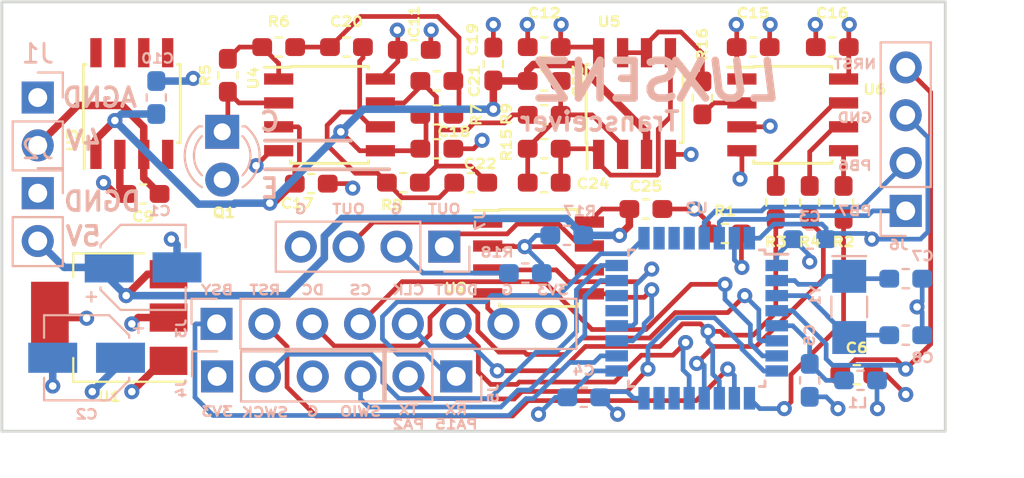
<source format=kicad_pcb>
(kicad_pcb (version 20171130) (host pcbnew "(5.0.0-rc2-178-g3c7b91b96)")
  (title_block (title "LuxSenz Receiver") (date 2018-06-25) (rev 1) (company "AMS / TU Delft"))
  (layers (0 F.Cu signal) (1 In1.Cu power) (2 In2.Cu power) (31 B.Cu signal) (34 B.Paste user) (35 F.Paste user) (36 B.SilkS user) (37 F.SilkS user) (38 B.Mask user) (39 F.Mask user) (44 Edge.Cuts user))
  (net 0 "")
  (net 1 "Net-(C20-Pad2)")
  (net 2 "Net-(R5-Pad2)")
  (net 3 "Net-(C23-Pad1)")
  (net 4 "Net-(C24-Pad1)")
  (net 5 "Net-(C21-Pad1)")
  (net 6 "Net-(C20-Pad1)")
  (net 7 "Net-(Q1-Pad1)")
  (net 8 "Net-(R1-Pad2)")
  (net 9 GNDD)
  (net 10 "Net-(R16-Pad1)")
  (net 11 "Net-(R16-Pad2)")
  (net 12 +2V5)
  (net 13 +4V)
  (net 14 GNDA)
  (net 15 +3V3)
  (net 16 +5V)
  (net 17 "Net-(U3-Pad4)")
  (net 18 "Net-(U3-Pad5)")
  (net 19 "Net-(U3-Pad6)")
  (net 20 "Net-(U3-Pad7)")
  (net 21 "Net-(U3-Pad8)")
  (net 22 "Net-(C7-Pad1)")
  (net 23 "Net-(C8-Pad1)")
  (net 24 /NRST)
  (net 25 "Net-(C5-Pad2)")
  (net 26 /VCPTX)
  (net 27 /SWDIO)
  (net 28 /SWCLK)
  (net 29 /VCPRX)
  (net 30 "Net-(U2-Pad26)")
  (net 31 "Net-(U2-Pad27)")
  (net 32 "Net-(U2-Pad28)")
  (net 33 /PB6)
  (net 34 /PB7)
  (net 35 /EINK_CS)
  (net 36 /MCU_DOUT)
  (net 37 /ADC_DIN)
  (net 38 /ADC_CLK)
  (net 39 /MCU_CLK)
  (net 40 /MCU_CS)
  (net 41 /ADC_CS)
  (net 42 /EINK_DC)
  (net 43 /EINK_RST)
  (net 44 /EINK_DOUT)
  (net 45 /EINK_BUSY)
  (net 46 "Net-(R17-Pad1)")
  (net 47 "Net-(J7-Pad3)")
  (net 48 "Net-(U2-Pad20)")
  (net 49 "Net-(U2-Pad19)")
  (net 50 "Net-(J7-Pad1)")
  (net 51 "Net-(U2-Pad21)")
  (net 52 "Net-(U2-Pad22)")
  (net 53 "Net-(U2-Pad14)")
  (net 54 "Net-(U2-Pad15)")
  (module Package_QFP:LQFP-32_7x7mm_P0.8mm (layer B.Cu) (at 99.13 97.38 180)
    (fp_text reference U2 (at 0 5.85 180) (layer B.SilkS) (effects (font (size 0.5 0.6) (thickness 0.125)) (justify mirror)))
    (fp_text value STM32L031K6Tx)
    (pad 1 smd rect (at -4.25 2.8 180) (size 1.2 0.6) (layers B.Cu B.Paste B.Mask) (net 15 +3V3))
    (pad 2 smd rect (at -4.25 2 180) (size 1.2 0.6) (layers B.Cu B.Paste B.Mask) (net 22 "Net-(C7-Pad1)"))
    (pad 3 smd rect (at -4.25 1.2 180) (size 1.2 0.6) (layers B.Cu B.Paste B.Mask) (net 23 "Net-(C8-Pad1)"))
    (pad 4 smd rect (at -4.25 0.4 180) (size 1.2 0.6) (layers B.Cu B.Paste B.Mask) (net 24 /NRST))
    (pad 5 smd rect (at -4.25 -0.4 180) (size 1.2 0.6) (layers B.Cu B.Paste B.Mask) (net 25 "Net-(C5-Pad2)"))
    (pad 6 smd rect (at -4.25 -1.2 180) (size 1.2 0.6) (layers B.Cu B.Paste B.Mask) (net 42 /EINK_DC))
    (pad 7 smd rect (at -4.25 -2 180) (size 1.2 0.6) (layers B.Cu B.Paste B.Mask) (net 35 /EINK_CS))
    (pad 8 smd rect (at -4.25 -2.8 180) (size 1.2 0.6) (layers B.Cu B.Paste B.Mask) (net 26 /VCPTX))
    (pad 9 smd rect (at -2.8 -4.25 90) (size 1.2 0.6) (layers B.Cu B.Paste B.Mask) (net 41 /ADC_CS))
    (pad 10 smd rect (at -2 -4.25 90) (size 1.2 0.6) (layers B.Cu B.Paste B.Mask) (net 43 /EINK_RST))
    (pad 11 smd rect (at -1.2 -4.25 90) (size 1.2 0.6) (layers B.Cu B.Paste B.Mask) (net 38 /ADC_CLK))
    (pad 12 smd rect (at -0.4 -4.25 90) (size 1.2 0.6) (layers B.Cu B.Paste B.Mask) (net 37 /ADC_DIN))
    (pad 13 smd rect (at 0.4 -4.25 90) (size 1.2 0.6) (layers B.Cu B.Paste B.Mask) (net 44 /EINK_DOUT))
    (pad 14 smd rect (at 1.2 -4.25 90) (size 1.2 0.6) (layers B.Cu B.Paste B.Mask) (net 53 "Net-(U2-Pad14)"))
    (pad 15 smd rect (at 2 -4.25 90) (size 1.2 0.6) (layers B.Cu B.Paste B.Mask) (net 54 "Net-(U2-Pad15)"))
    (pad 16 smd rect (at 2.8 -4.25 90) (size 1.2 0.6) (layers B.Cu B.Paste B.Mask) (net 9 GNDD))
    (pad 17 smd rect (at 4.25 -2.8 180) (size 1.2 0.6) (layers B.Cu B.Paste B.Mask) (net 15 +3V3))
    (pad 18 smd rect (at 4.25 -2 180) (size 1.2 0.6) (layers B.Cu B.Paste B.Mask) (net 45 /EINK_BUSY))
    (pad 19 smd rect (at 4.25 -1.2 180) (size 1.2 0.6) (layers B.Cu B.Paste B.Mask) (net 49 "Net-(U2-Pad19)"))
    (pad 20 smd rect (at 4.25 -0.4 180) (size 1.2 0.6) (layers B.Cu B.Paste B.Mask) (net 48 "Net-(U2-Pad20)"))
    (pad 21 smd rect (at 4.25 0.4 180) (size 1.2 0.6) (layers B.Cu B.Paste B.Mask) (net 51 "Net-(U2-Pad21)"))
    (pad 22 smd rect (at 4.25 1.2 180) (size 1.2 0.6) (layers B.Cu B.Paste B.Mask) (net 52 "Net-(U2-Pad22)"))
    (pad 23 smd rect (at 4.25 2 180) (size 1.2 0.6) (layers B.Cu B.Paste B.Mask) (net 27 /SWDIO))
    (pad 24 smd rect (at 4.25 2.8 180) (size 1.2 0.6) (layers B.Cu B.Paste B.Mask) (net 28 /SWCLK))
    (pad 25 smd rect (at 2.8 4.25 90) (size 1.2 0.6) (layers B.Cu B.Paste B.Mask) (net 29 /VCPRX))
    (pad 26 smd rect (at 2 4.25 90) (size 1.2 0.6) (layers B.Cu B.Paste B.Mask) (net 30 "Net-(U2-Pad26)"))
    (pad 27 smd rect (at 1.2 4.25 90) (size 1.2 0.6) (layers B.Cu B.Paste B.Mask) (net 31 "Net-(U2-Pad27)"))
    (pad 28 smd rect (at 0.4 4.25 90) (size 1.2 0.6) (layers B.Cu B.Paste B.Mask) (net 32 "Net-(U2-Pad28)"))
    (pad 29 smd rect (at -0.4 4.25 90) (size 1.2 0.6) (layers B.Cu B.Paste B.Mask) (net 33 /PB6))
    (pad 30 smd rect (at -1.2 4.25 90) (size 1.2 0.6) (layers B.Cu B.Paste B.Mask) (net 34 /PB7))
    (pad 31 smd rect (at -2 4.25 90) (size 1.2 0.6) (layers B.Cu B.Paste B.Mask) (net 8 "Net-(R1-Pad2)"))
    (pad 32 smd rect (at -2.8 4.25 90) (size 1.2 0.6) (layers B.Cu B.Paste B.Mask) (net 9 GNDD))
  )
  (module Connector_PinHeader_2.54mm:PinHeader_1x04_P2.54mm_Vertical (layer B.Cu) (at 85.725 93.58 90)
    (fp_text reference J7 (at 1.365 1.905 270) (layer B.SilkS) (effects (font (size 0.5 0.6) (thickness 0.125)) (justify mirror)))
    (fp_text value Conn_01x04_Male)
    (pad 4 thru_hole oval (at 0 -7.62 90) (size 1.7 1.7) (drill 1) (layers *.Cu *.Mask) (net 9 GNDD))
    (pad 3 thru_hole oval (at 0 -5.08 90) (size 1.7 1.7) (drill 1) (layers *.Cu *.Mask) (net 47 "Net-(J7-Pad3)"))
    (pad 2 thru_hole oval (at 0 -2.54 90) (size 1.7 1.7) (drill 1) (layers *.Cu *.Mask) (net 9 GNDD))
    (pad 1 thru_hole rect (at 0 0 90) (size 1.7 1.7) (drill 1) (layers *.Cu *.Mask) (net 50 "Net-(J7-Pad1)"))
  )
  (module Connector_PinHeader_2.54mm:PinHeader_1x04_P2.54mm_Vertical (layer B.Cu) (at 73.66 100.47 270)
    (fp_text reference J4 (at 0.635 1.905 270) (layer B.SilkS) (effects (font (size 0.5 0.6) (thickness 0.125)) (justify mirror)))
    (fp_text value Conn_01x04_Male)
    (pad 1 thru_hole rect (at 0 0 270) (size 1.7 1.7) (drill 1) (layers *.Cu *.Mask) (net 15 +3V3))
    (pad 2 thru_hole oval (at 0 -2.54 270) (size 1.7 1.7) (drill 1) (layers *.Cu *.Mask) (net 28 /SWCLK))
    (pad 3 thru_hole oval (at 0 -5.08 270) (size 1.7 1.7) (drill 1) (layers *.Cu *.Mask) (net 9 GNDD))
    (pad 4 thru_hole oval (at 0 -7.62 270) (size 1.7 1.7) (drill 1) (layers *.Cu *.Mask) (net 27 /SWDIO))
  )
  (module Capacitor_SMD:C_0603_1608Metric_Pad1.05x0.95mm_HandSolder (layer F.Cu) (at 96.43 91.58)
    (fp_text reference C25 (at 0 -1.2 180) (layer F.SilkS) (effects (font (size 0.5 0.6) (thickness 0.125))))
    (fp_text value 1u)
    (pad 2 smd roundrect (at 0.875 0) (size 1.05 0.95) (layers F.Cu F.Paste F.Mask) (net 9 GNDD))
    (pad 1 smd roundrect (at -0.875 0) (size 1.05 0.95) (layers F.Cu F.Paste F.Mask) (net 16 +5V))
  )
  (module Package_SO:SOIC-8_3.9x4.9mm_P1.27mm (layer F.Cu) (at 90.73 94.18)
    (fp_text reference U9 (at -4.4 1.6) (layer F.SilkS) (effects (font (size 0.5 0.6) (thickness 0.125))))
    (fp_text value OPA2325)
    (pad 8 smd rect (at 2.7 -1.905) (size 1.55 0.6) (layers F.Cu F.Paste F.Mask) (net 16 +5V))
    (pad 7 smd rect (at 2.7 -0.635) (size 1.55 0.6) (layers F.Cu F.Paste F.Mask) (net 50 "Net-(J7-Pad1)"))
    (pad 6 smd rect (at 2.7 0.635) (size 1.55 0.6) (layers F.Cu F.Paste F.Mask) (net 46 "Net-(R17-Pad1)"))
    (pad 5 smd rect (at 2.7 1.905) (size 1.55 0.6) (layers F.Cu F.Paste F.Mask) (net 49 "Net-(U2-Pad19)"))
    (pad 4 smd rect (at -2.7 1.905) (size 1.55 0.6) (layers F.Cu F.Paste F.Mask) (net 9 GNDD))
    (pad 3 smd rect (at -2.7 0.635) (size 1.55 0.6) (layers F.Cu F.Paste F.Mask) (net 48 "Net-(U2-Pad20)"))
    (pad 2 smd rect (at -2.7 -0.635) (size 1.55 0.6) (layers F.Cu F.Paste F.Mask) (net 46 "Net-(R17-Pad1)"))
    (pad 1 smd rect (at -2.7 -1.905) (size 1.55 0.6) (layers F.Cu F.Paste F.Mask) (net 47 "Net-(J7-Pad3)"))
  )
  (module Resistor_SMD:R_0603_1608Metric_Pad1.05x0.95mm_HandSolder (layer B.Cu) (at 92.23 92.98)
    (fp_text reference R17 (at 0.69 -1.29) (layer B.SilkS) (effects (font (size 0.5 0.6) (thickness 0.125)) (justify mirror)))
    (fp_text value 47k)
    (pad 2 smd roundrect (at 0.875 0) (size 1.05 0.95) (layers B.Cu B.Paste B.Mask) (net 16 +5V))
    (pad 1 smd roundrect (at -0.875 0) (size 1.05 0.95) (layers B.Cu B.Paste B.Mask) (net 46 "Net-(R17-Pad1)"))
  )
  (module Resistor_SMD:R_0603_1608Metric_Pad1.05x0.95mm_HandSolder (layer B.Cu) (at 90.03 94.98)
    (fp_text reference R18 (at -1.5 -1.1) (layer B.SilkS) (effects (font (size 0.5 0.6) (thickness 0.125)) (justify mirror)))
    (fp_text value 47k)
    (pad 1 smd roundrect (at -0.875 0) (size 1.05 0.95) (layers B.Cu B.Paste B.Mask) (net 9 GNDD))
    (pad 2 smd roundrect (at 0.875 0) (size 1.05 0.95) (layers B.Cu B.Paste B.Mask) (net 46 "Net-(R17-Pad1)"))
  )
  (module Connector_PinHeader_2.54mm:PinHeader_1x02_P2.54mm_Vertical (layer B.Cu) (at 64.135 85.66 180)
    (fp_text reference J1 (at 0 2.33 180) (layer B.SilkS) (effects (justify mirror)))
    (fp_text value Conn_01x02)
    (pad 1 thru_hole rect (at 0 0 180) (size 1.7 1.7) (drill 1) (layers *.Cu *.Mask) (net 14 GNDA))
    (pad 2 thru_hole oval (at 0 -2.54 180) (size 1.7 1.7) (drill 1) (layers *.Cu *.Mask) (net 13 +4V))
  )
  (module Connector_PinHeader_2.54mm:PinHeader_1x02_P2.54mm_Vertical (layer B.Cu) (at 64.135 90.74 180)
    (fp_text reference J2 (at 0 2.33 180) (layer B.SilkS) (effects (justify mirror)))
    (fp_text value Conn_01x02)
    (pad 2 thru_hole oval (at 0 -2.54 180) (size 1.7 1.7) (drill 1) (layers *.Cu *.Mask) (net 16 +5V))
    (pad 1 thru_hole rect (at 0 0 180) (size 1.7 1.7) (drill 1) (layers *.Cu *.Mask) (net 9 GNDD))
  )
  (module Connector_PinHeader_2.54mm:PinHeader_1x02_P2.54mm_Vertical (layer B.Cu) (at 86.36 100.47 90)
    (fp_text reference J5 (at -0.91 1.97 90) (layer B.SilkS) (effects (font (size 0.5 0.6) (thickness 0.125)) (justify mirror)))
    (fp_text value Conn_01x02_Male)
    (pad 1 thru_hole rect (at 0 0 90) (size 1.7 1.7) (drill 1) (layers *.Cu *.Mask) (net 29 /VCPRX))
    (pad 2 thru_hole oval (at 0 -2.54 90) (size 1.7 1.7) (drill 1) (layers *.Cu *.Mask) (net 26 /VCPTX))
  )
  (module Connector_PinHeader_2.54mm:PinHeader_1x04_P2.54mm_Vertical (layer B.Cu) (at 110.23 91.68)
    (fp_text reference J6 (at -0.375 1.805) (layer B.SilkS) (effects (font (size 0.5 0.6) (thickness 0.125)) (justify mirror)))
    (fp_text value Conn_01x04_Male)
    (pad 1 thru_hole rect (at 0 0) (size 1.7 1.7) (drill 1) (layers *.Cu *.Mask) (net 34 /PB7))
    (pad 2 thru_hole oval (at 0 -2.54) (size 1.7 1.7) (drill 1) (layers *.Cu *.Mask) (net 33 /PB6))
    (pad 3 thru_hole oval (at 0 -5.08) (size 1.7 1.7) (drill 1) (layers *.Cu *.Mask) (net 9 GNDD))
    (pad 4 thru_hole oval (at 0 -7.62) (size 1.7 1.7) (drill 1) (layers *.Cu *.Mask) (net 24 /NRST))
  )
  (module Connector_PinHeader_2.54mm:PinHeader_1x08_P2.54mm_Vertical (layer B.Cu) (at 73.63 97.68 270)
    (fp_text reference J3 (at 0.25 1.875 270) (layer B.SilkS) (effects (font (size 0.5 0.6) (thickness 0.125)) (justify mirror)))
    (fp_text value E-INK)
    (pad 1 thru_hole rect (at 0 0 270) (size 1.7 1.7) (drill 1) (layers *.Cu *.Mask) (net 45 /EINK_BUSY))
    (pad 2 thru_hole oval (at 0 -2.54 270) (size 1.7 1.7) (drill 1) (layers *.Cu *.Mask) (net 43 /EINK_RST))
    (pad 3 thru_hole oval (at 0 -5.08 270) (size 1.7 1.7) (drill 1) (layers *.Cu *.Mask) (net 42 /EINK_DC))
    (pad 4 thru_hole oval (at 0 -7.62 270) (size 1.7 1.7) (drill 1) (layers *.Cu *.Mask) (net 35 /EINK_CS))
    (pad 5 thru_hole oval (at 0 -10.16 270) (size 1.7 1.7) (drill 1) (layers *.Cu *.Mask) (net 38 /ADC_CLK))
    (pad 6 thru_hole oval (at 0 -12.7 270) (size 1.7 1.7) (drill 1) (layers *.Cu *.Mask) (net 44 /EINK_DOUT))
    (pad 7 thru_hole oval (at 0 -15.24 270) (size 1.7 1.7) (drill 1) (layers *.Cu *.Mask) (net 9 GNDD))
    (pad 8 thru_hole oval (at 0 -17.78 270) (size 1.7 1.7) (drill 1) (layers *.Cu *.Mask) (net 15 +3V3))
  )
  (module Capacitor_SMD:CP_Elec_4x5.4 (layer B.Cu) (at 66.73 99.48 180)
    (fp_text reference C2 (at 0 -3 180) (layer B.SilkS) (effects (font (size 0.5 0.6) (thickness 0.125)) (justify mirror)))
    (fp_text value 10u)
    (pad 2 smd rect (at 1.8 0 180) (size 2.6 1.6) (layers B.Cu B.Paste B.Mask) (net 9 GNDD))
    (pad 1 smd rect (at -1.8 0 180) (size 2.6 1.6) (layers B.Cu B.Paste B.Mask) (net 15 +3V3))
  )
  (module Capacitor_SMD:CP_Elec_4x5.4 (layer B.Cu) (at 69.73 94.68)
    (fp_text reference C1 (at 0.882 -3) (layer B.SilkS) (effects (font (size 0.5 0.6) (thickness 0.125)) (justify mirror)))
    (fp_text value 10u)
    (pad 1 smd rect (at -1.8 0) (size 2.6 1.6) (layers B.Cu B.Paste B.Mask) (net 16 +5V))
    (pad 2 smd rect (at 1.8 0) (size 2.6 1.6) (layers B.Cu B.Paste B.Mask) (net 9 GNDD))
  )
  (module Capacitor_SMD:C_0603_1608Metric_Pad1.05x0.95mm_HandSolder (layer F.Cu) (at 91.03 82.98 180)
    (fp_text reference C12 (at 0 1.8 180) (layer F.SilkS) (effects (font (size 0.5 0.6) (thickness 0.125))))
    (fp_text value 1u)
    (pad 2 smd roundrect (at 0.875 0 180) (size 1.05 0.95) (layers F.Cu F.Paste F.Mask) (net 14 GNDA))
    (pad 1 smd roundrect (at -0.875 0 180) (size 1.05 0.95) (layers F.Cu F.Paste F.Mask) (net 13 +4V))
  )
  (module Capacitor_SMD:C_0603_1608Metric_Pad1.05x0.95mm_HandSolder (layer F.Cu) (at 91.03 90.18 180)
    (fp_text reference C24 (at -2.6 -0.05 180) (layer F.SilkS) (effects (font (size 0.5 0.6) (thickness 0.125))))
    (fp_text value open)
    (pad 2 smd roundrect (at 0.875 0 180) (size 1.05 0.95) (layers F.Cu F.Paste F.Mask) (net 3 "Net-(C23-Pad1)"))
    (pad 1 smd roundrect (at -0.875 0 180) (size 1.05 0.95) (layers F.Cu F.Paste F.Mask) (net 4 "Net-(C24-Pad1)"))
  )
  (module Capacitor_SMD:C_0603_1608Metric_Pad1.05x0.95mm_HandSolder (layer F.Cu) (at 91.03 84.78 180)
    (fp_text reference C23 (at -1.8 0 270) (layer F.SilkS) (effects (font (size 0.5 0.6) (thickness 0.125))))
    (fp_text value open)
    (pad 2 smd roundrect (at 0.875 0 180) (size 1.05 0.95) (layers F.Cu F.Paste F.Mask) (net 12 +2V5))
    (pad 1 smd roundrect (at -0.875 0 180) (size 1.05 0.95) (layers F.Cu F.Paste F.Mask) (net 3 "Net-(C23-Pad1)"))
  )
  (module Capacitor_SMD:C_0603_1608Metric_Pad1.05x0.95mm_HandSolder (layer F.Cu) (at 87.13 90.18 180)
    (fp_text reference C22 (at -0.5 1 180) (layer F.SilkS) (effects (font (size 0.5 0.6) (thickness 0.125))))
    (fp_text value open)
    (pad 1 smd roundrect (at -0.875 0 180) (size 1.05 0.95) (layers F.Cu F.Paste F.Mask) (net 5 "Net-(C21-Pad1)"))
    (pad 2 smd roundrect (at 0.875 0 180) (size 1.05 0.95) (layers F.Cu F.Paste F.Mask) (net 6 "Net-(C20-Pad1)"))
  )
  (module Capacitor_SMD:C_0603_1608Metric_Pad1.05x0.95mm_HandSolder (layer F.Cu) (at 85.33 84.78)
    (fp_text reference C21 (at 2 0 90) (layer F.SilkS) (effects (font (size 0.5 0.6) (thickness 0.125))))
    (fp_text value 1u)
    (pad 2 smd roundrect (at 0.875 0) (size 1.05 0.95) (layers F.Cu F.Paste F.Mask) (net 1 "Net-(C20-Pad2)"))
    (pad 1 smd roundrect (at -0.875 0) (size 1.05 0.95) (layers F.Cu F.Paste F.Mask) (net 5 "Net-(C21-Pad1)"))
  )
  (module Capacitor_SMD:C_0603_1608Metric_Pad1.05x0.95mm_HandSolder (layer F.Cu) (at 80.53 82.98 180)
    (fp_text reference C20 (at 0 1.35 180) (layer F.SilkS) (effects (font (size 0.5 0.6) (thickness 0.125))))
    (fp_text value 1u)
    (pad 1 smd roundrect (at -0.875 0 180) (size 1.05 0.95) (layers F.Cu F.Paste F.Mask) (net 6 "Net-(C20-Pad1)"))
    (pad 2 smd roundrect (at 0.875 0 180) (size 1.05 0.95) (layers F.Cu F.Paste F.Mask) (net 1 "Net-(C20-Pad2)"))
  )
  (module Capacitor_SMD:C_0603_1608Metric_Pad1.05x0.95mm_HandSolder (layer F.Cu) (at 88.33 83.88 90)
    (fp_text reference C19 (at 1.3 -1.1 90) (layer F.SilkS) (effects (font (size 0.5 0.6) (thickness 0.125))))
    (fp_text value 100n)
    (pad 2 smd roundrect (at 0.875 0 90) (size 1.05 0.95) (layers F.Cu F.Paste F.Mask) (net 14 GNDA))
    (pad 1 smd roundrect (at -0.875 0 90) (size 1.05 0.95) (layers F.Cu F.Paste F.Mask) (net 12 +2V5))
  )
  (module Capacitor_SMD:C_0603_1608Metric_Pad1.05x0.95mm_HandSolder (layer F.Cu) (at 85.33 88.38 180)
    (fp_text reference C18 (at -0.9 0.9 180) (layer F.SilkS) (effects (font (size 0.5 0.6) (thickness 0.125))))
    (fp_text value 100n)
    (pad 1 smd roundrect (at -0.875 0 180) (size 1.05 0.95) (layers F.Cu F.Paste F.Mask) (net 14 GNDA))
    (pad 2 smd roundrect (at 0.875 0 180) (size 1.05 0.95) (layers F.Cu F.Paste F.Mask) (net 12 +2V5))
  )
  (module Capacitor_SMD:C_0603_1608Metric_Pad1.05x0.95mm_HandSolder (layer F.Cu) (at 78.66 90.232)
    (fp_text reference C17 (at -0.75 1.05) (layer F.SilkS) (effects (font (size 0.5 0.6) (thickness 0.125))))
    (fp_text value 100n)
    (pad 2 smd roundrect (at 0.875 0) (size 1.05 0.95) (layers F.Cu F.Paste F.Mask) (net 14 GNDA))
    (pad 1 smd roundrect (at -0.875 0) (size 1.05 0.95) (layers F.Cu F.Paste F.Mask) (net 12 +2V5))
  )
  (module Capacitor_SMD:C_0603_1608Metric_Pad1.05x0.95mm_HandSolder (layer F.Cu) (at 106.33 82.98)
    (fp_text reference C16 (at 0 -1.8) (layer F.SilkS) (effects (font (size 0.5 0.6) (thickness 0.125))))
    (fp_text value 1u)
    (pad 1 smd roundrect (at -0.875 0) (size 1.05 0.95) (layers F.Cu F.Paste F.Mask) (net 14 GNDA))
    (pad 2 smd roundrect (at 0.875 0) (size 1.05 0.95) (layers F.Cu F.Paste F.Mask) (net 13 +4V))
  )
  (module Capacitor_SMD:C_0603_1608Metric_Pad1.05x0.95mm_HandSolder (layer F.Cu) (at 84.13 83.13)
    (fp_text reference C11 (at 0 -1.5 90) (layer F.SilkS) (effects (font (size 0.5 0.6) (thickness 0.125))))
    (fp_text value 1u)
    (pad 1 smd roundrect (at -0.875 0) (size 1.05 0.95) (layers F.Cu F.Paste F.Mask) (net 13 +4V))
    (pad 2 smd roundrect (at 0.875 0) (size 1.05 0.95) (layers F.Cu F.Paste F.Mask) (net 14 GNDA))
  )
  (module Capacitor_SMD:C_0603_1608Metric_Pad1.05x0.95mm_HandSolder (layer B.Cu) (at 70.43 85.66 90)
    (fp_text reference C10 (at 2.08 0.072 180) (layer B.SilkS) (effects (font (size 0.5 0.6) (thickness 0.125)) (justify mirror)))
    (fp_text value 1u)
    (pad 2 smd roundrect (at 0.875 0 90) (size 1.05 0.95) (layers B.Cu B.Paste B.Mask) (net 14 GNDA))
    (pad 1 smd roundrect (at -0.875 0 90) (size 1.05 0.95) (layers B.Cu B.Paste B.Mask) (net 12 +2V5))
  )
  (module Capacitor_SMD:C_0603_1608Metric_Pad1.05x0.95mm_HandSolder (layer F.Cu) (at 69.73 90.78 180)
    (fp_text reference C9 (at 0 -1.2 180) (layer F.SilkS) (effects (font (size 0.5 0.6) (thickness 0.125))))
    (fp_text value 10u)
    (pad 1 smd roundrect (at -0.875 0 180) (size 1.05 0.95) (layers F.Cu F.Paste F.Mask) (net 13 +4V))
    (pad 2 smd roundrect (at 0.875 0 180) (size 1.05 0.95) (layers F.Cu F.Paste F.Mask) (net 14 GNDA))
  )
  (module Capacitor_SMD:C_0603_1608Metric_Pad1.05x0.95mm_HandSolder (layer B.Cu) (at 110.23 98.28)
    (fp_text reference C8 (at 0.9 1.2) (layer B.SilkS) (effects (font (size 0.5 0.6) (thickness 0.125)) (justify mirror)))
    (fp_text value 7pF)
    (pad 2 smd roundrect (at 0.875 0) (size 1.05 0.95) (layers B.Cu B.Paste B.Mask) (net 9 GNDD))
    (pad 1 smd roundrect (at -0.875 0) (size 1.05 0.95) (layers B.Cu B.Paste B.Mask) (net 23 "Net-(C8-Pad1)"))
  )
  (module Capacitor_SMD:C_0603_1608Metric_Pad1.05x0.95mm_HandSolder (layer B.Cu) (at 110.23 95.28)
    (fp_text reference C7 (at 0.9 -1.2) (layer B.SilkS) (effects (font (size 0.5 0.6) (thickness 0.125)) (justify mirror)))
    (fp_text value 7pF)
    (pad 1 smd roundrect (at -0.875 0) (size 1.05 0.95) (layers B.Cu B.Paste B.Mask) (net 22 "Net-(C7-Pad1)"))
    (pad 2 smd roundrect (at 0.875 0) (size 1.05 0.95) (layers B.Cu B.Paste B.Mask) (net 9 GNDD))
  )
  (module Capacitor_SMD:C_0603_1608Metric_Pad1.05x0.95mm_HandSolder (layer F.Cu) (at 107.63 100.38)
    (fp_text reference C6 (at 0 -1.43) (layer F.SilkS) (effects (font (size 0.5 0.6) (thickness 0.125))))
    (fp_text value 100n)
    (pad 2 smd roundrect (at 0.875 0) (size 1.05 0.95) (layers F.Cu F.Paste F.Mask) (net 9 GNDD))
    (pad 1 smd roundrect (at -0.875 0) (size 1.05 0.95) (layers F.Cu F.Paste F.Mask) (net 24 /NRST))
  )
  (module Capacitor_SMD:C_0603_1608Metric_Pad1.05x0.95mm_HandSolder (layer B.Cu) (at 105.13 100.68 90)
    (fp_text reference C5 (at 2.4 0 90) (layer B.SilkS) (effects (font (size 0.5 0.6) (thickness 0.125)) (justify mirror)))
    (fp_text value 100n)
    (pad 1 smd roundrect (at -0.875 0 90) (size 1.05 0.95) (layers B.Cu B.Paste B.Mask) (net 9 GNDD))
    (pad 2 smd roundrect (at 0.875 0 90) (size 1.05 0.95) (layers B.Cu B.Paste B.Mask) (net 25 "Net-(C5-Pad2)"))
  )
  (module Capacitor_SMD:C_0603_1608Metric_Pad1.05x0.95mm_HandSolder (layer B.Cu) (at 93.13 101.58 180)
    (fp_text reference C4 (at 0 1.43 180) (layer B.SilkS) (effects (font (size 0.5 0.6) (thickness 0.125)) (justify mirror)))
    (fp_text value 100n)
    (pad 2 smd roundrect (at 0.875 0 180) (size 1.05 0.95) (layers B.Cu B.Paste B.Mask) (net 15 +3V3))
    (pad 1 smd roundrect (at -0.875 0 180) (size 1.05 0.95) (layers B.Cu B.Paste B.Mask) (net 9 GNDD))
  )
  (module Capacitor_SMD:C_0603_1608Metric_Pad1.05x0.95mm_HandSolder (layer B.Cu) (at 105.13 93.18 180)
    (fp_text reference C3 (at 0 1.2 180) (layer B.SilkS) (effects (font (size 0.5 0.6) (thickness 0.125)) (justify mirror)))
    (fp_text value 100n)
    (pad 1 smd roundrect (at -0.875 0 180) (size 1.05 0.95) (layers B.Cu B.Paste B.Mask) (net 9 GNDD))
    (pad 2 smd roundrect (at 0.875 0 180) (size 1.05 0.95) (layers B.Cu B.Paste B.Mask) (net 15 +3V3))
  )
  (module Capacitor_SMD:C_0603_1608Metric_Pad1.05x0.95mm_HandSolder (layer F.Cu) (at 102.13 82.98)
    (fp_text reference C15 (at 0 -1.8) (layer F.SilkS) (effects (font (size 0.5 0.6) (thickness 0.125))))
    (fp_text value 1u)
    (pad 1 smd roundrect (at -0.875 0) (size 1.05 0.95) (layers F.Cu F.Paste F.Mask) (net 13 +4V))
    (pad 2 smd roundrect (at 0.875 0) (size 1.05 0.95) (layers F.Cu F.Paste F.Mask) (net 14 GNDA))
  )
  (module Crystal:Crystal_SMD_G8-2Pin_3.2x1.5mm_HandSoldering (layer B.Cu) (at 107.23 96.78 270)
    (fp_text reference Y1 (at -0.6 1.8 270) (layer B.SilkS) (effects (font (size 0.5 0.6) (thickness 0.125)) (justify mirror)))
    (fp_text value 32.768k)
    (pad 1 smd rect (at -1.625 0 270) (size 1.75 1.8) (layers B.Cu B.Paste B.Mask) (net 22 "Net-(C7-Pad1)"))
    (pad 2 smd rect (at 1.625 0 270) (size 1.75 1.8) (layers B.Cu B.Paste B.Mask) (net 23 "Net-(C8-Pad1)"))
  )
  (module Inductor_SMD:L_0603_1608Metric_Pad1.05x0.95mm_HandSolder (layer B.Cu) (at 107.83 100.68)
    (fp_text reference L1 (at -0.15 1.2) (layer B.SilkS) (effects (font (size 0.5 0.6) (thickness 0.125)) (justify mirror)))
    (fp_text value BEAD)
    (pad 1 smd roundrect (at -0.875 0) (size 1.05 0.95) (layers B.Cu B.Paste B.Mask) (net 25 "Net-(C5-Pad2)"))
    (pad 2 smd roundrect (at 0.875 0) (size 1.05 0.95) (layers B.Cu B.Paste B.Mask) (net 15 +3V3))
  )
  (module LED_THT:LED_D3.0mm_Clear (layer B.Cu) (at 73.93 87.48 270)
    (fp_text reference Q1 (at 4.3 -0.1) (layer F.SilkS) (effects (font (size 0.5 0.6) (thickness 0.125))))
    (fp_text value TEPT4400)
    (pad 1 thru_hole rect (at 0 0 270) (size 1.8 1.8) (drill 0.9) (layers *.Cu *.Mask) (net 7 "Net-(Q1-Pad1)"))
    (pad 2 thru_hole circle (at 2.54 0 270) (size 1.8 1.8) (drill 0.9) (layers *.Cu *.Mask) (net 14 GNDA))
  )
  (module Package_SO:SOIC-8_3.9x4.9mm_P1.27mm (layer F.Cu) (at 104.23 86.58)
    (fp_text reference U6 (at 4.35 -1.35) (layer F.SilkS) (effects (font (size 0.5 0.6) (thickness 0.125))))
    (fp_text value MCP3201)
    (pad 8 smd rect (at 2.7 -1.905) (size 1.55 0.6) (layers F.Cu F.Paste F.Mask) (net 13 +4V))
    (pad 7 smd rect (at 2.7 -0.635) (size 1.55 0.6) (layers F.Cu F.Paste F.Mask) (net 39 /MCU_CLK))
    (pad 6 smd rect (at 2.7 0.635) (size 1.55 0.6) (layers F.Cu F.Paste F.Mask) (net 36 /MCU_DOUT))
    (pad 5 smd rect (at 2.7 1.905) (size 1.55 0.6) (layers F.Cu F.Paste F.Mask) (net 40 /MCU_CS))
    (pad 4 smd rect (at -2.7 1.905) (size 1.55 0.6) (layers F.Cu F.Paste F.Mask) (net 14 GNDA))
    (pad 3 smd rect (at -2.7 0.635) (size 1.55 0.6) (layers F.Cu F.Paste F.Mask) (net 14 GNDA))
    (pad 2 smd rect (at -2.7 -0.635) (size 1.55 0.6) (layers F.Cu F.Paste F.Mask) (net 10 "Net-(R16-Pad1)"))
    (pad 1 smd rect (at -2.7 -1.905) (size 1.55 0.6) (layers F.Cu F.Paste F.Mask) (net 13 +4V))
  )
  (module Package_SO:SOIC-8_3.9x4.9mm_P1.27mm (layer F.Cu) (at 95.83 85.98 90)
    (fp_text reference U5 (at 4.35 -1.35 180) (layer F.SilkS) (effects (font (size 0.5 0.6) (thickness 0.125))))
    (fp_text value OPA2325)
    (pad 1 smd rect (at -2.7 -1.905 90) (size 1.55 0.6) (layers F.Cu F.Paste F.Mask) (net 4 "Net-(C24-Pad1)"))
    (pad 2 smd rect (at -2.7 -0.635 90) (size 1.55 0.6) (layers F.Cu F.Paste F.Mask) (net 3 "Net-(C23-Pad1)"))
    (pad 3 smd rect (at -2.7 0.635 90) (size 1.55 0.6) (layers F.Cu F.Paste F.Mask) (net 12 +2V5))
    (pad 4 smd rect (at -2.7 1.905 90) (size 1.55 0.6) (layers F.Cu F.Paste F.Mask) (net 14 GNDA))
    (pad 5 smd rect (at 2.7 1.905 90) (size 1.55 0.6) (layers F.Cu F.Paste F.Mask) (net 4 "Net-(C24-Pad1)"))
    (pad 6 smd rect (at 2.7 0.635 90) (size 1.55 0.6) (layers F.Cu F.Paste F.Mask) (net 11 "Net-(R16-Pad2)"))
    (pad 7 smd rect (at 2.7 -0.635 90) (size 1.55 0.6) (layers F.Cu F.Paste F.Mask) (net 11 "Net-(R16-Pad2)"))
    (pad 8 smd rect (at 2.7 -1.905 90) (size 1.55 0.6) (layers F.Cu F.Paste F.Mask) (net 13 +4V))
  )
  (module Package_SO:SOIC-8_3.9x4.9mm_P1.27mm (layer F.Cu) (at 79.63 86.58)
    (fp_text reference U4 (at -4.05 -1.95 90) (layer F.SilkS) (effects (font (size 0.5 0.6) (thickness 0.125))))
    (fp_text value OPA2325)
    (pad 8 smd rect (at 2.7 -1.905) (size 1.55 0.6) (layers F.Cu F.Paste F.Mask) (net 13 +4V))
    (pad 7 smd rect (at 2.7 -0.635) (size 1.55 0.6) (layers F.Cu F.Paste F.Mask) (net 5 "Net-(C21-Pad1)"))
    (pad 6 smd rect (at 2.7 0.635) (size 1.55 0.6) (layers F.Cu F.Paste F.Mask) (net 6 "Net-(C20-Pad1)"))
    (pad 5 smd rect (at 2.7 1.905) (size 1.55 0.6) (layers F.Cu F.Paste F.Mask) (net 12 +2V5))
    (pad 4 smd rect (at -2.7 1.905) (size 1.55 0.6) (layers F.Cu F.Paste F.Mask) (net 14 GNDA))
    (pad 3 smd rect (at -2.7 0.635) (size 1.55 0.6) (layers F.Cu F.Paste F.Mask) (net 12 +2V5))
    (pad 2 smd rect (at -2.7 -0.635) (size 1.55 0.6) (layers F.Cu F.Paste F.Mask) (net 7 "Net-(Q1-Pad1)"))
    (pad 1 smd rect (at -2.7 -1.905) (size 1.55 0.6) (layers F.Cu F.Paste F.Mask) (net 2 "Net-(R5-Pad2)"))
  )
  (module Package_SO:SOIC-8_3.9x4.9mm_P1.27mm (layer F.Cu) (at 69.13 85.98 90)
    (fp_text reference U3 (at -1.95 -3.15 90) (layer F.SilkS) (effects (font (size 0.5 0.6) (thickness 0.125))))
    (fp_text value TLE2425xD)
    (pad 1 smd rect (at -2.7 -1.905 90) (size 1.55 0.6) (layers F.Cu F.Paste F.Mask) (net 12 +2V5))
    (pad 2 smd rect (at -2.7 -0.635 90) (size 1.55 0.6) (layers F.Cu F.Paste F.Mask) (net 14 GNDA))
    (pad 3 smd rect (at -2.7 0.635 90) (size 1.55 0.6) (layers F.Cu F.Paste F.Mask) (net 13 +4V))
    (pad 4 smd rect (at -2.7 1.905 90) (size 1.55 0.6) (layers F.Cu F.Paste F.Mask) (net 17 "Net-(U3-Pad4)"))
    (pad 5 smd rect (at 2.7 1.905 90) (size 1.55 0.6) (layers F.Cu F.Paste F.Mask) (net 18 "Net-(U3-Pad5)"))
    (pad 6 smd rect (at 2.7 0.635 90) (size 1.55 0.6) (layers F.Cu F.Paste F.Mask) (net 19 "Net-(U3-Pad6)"))
    (pad 7 smd rect (at 2.7 -0.635 90) (size 1.55 0.6) (layers F.Cu F.Paste F.Mask) (net 20 "Net-(U3-Pad7)"))
    (pad 8 smd rect (at 2.7 -1.905 90) (size 1.55 0.6) (layers F.Cu F.Paste F.Mask) (net 21 "Net-(U3-Pad8)"))
  )
  (module Package_TO_SOT_SMD:SOT-223-3_TabPin2 (layer F.Cu) (at 67.93 97.344 180)
    (fp_text reference U1 (at 0 -4.2 180) (layer F.SilkS) (effects (font (size 0.5 0.6) (thickness 0.125))))
    (fp_text value AMS1117-3.3)
    (pad 2 smd rect (at 3.15 0 180) (size 2 3.8) (layers F.Cu F.Paste F.Mask) (net 15 +3V3))
    (pad 2 smd rect (at -3.15 0 180) (size 2 1.5) (layers F.Cu F.Paste F.Mask) (net 15 +3V3))
    (pad 3 smd rect (at -3.15 2.3 180) (size 2 1.5) (layers F.Cu F.Paste F.Mask) (net 16 +5V))
    (pad 1 smd rect (at -3.15 -2.3 180) (size 2 1.5) (layers F.Cu F.Paste F.Mask) (net 9 GNDD))
  )
  (module Resistor_SMD:R_0603_1608Metric_Pad1.05x0.95mm_HandSolder (layer F.Cu) (at 85.33 86.58)
    (fp_text reference R7 (at 2.1 0 270) (layer F.SilkS) (effects (font (size 0.5 0.6) (thickness 0.125))))
    (fp_text value 68)
    (pad 2 smd roundrect (at 0.875 0) (size 1.05 0.95) (layers F.Cu F.Paste F.Mask) (net 1 "Net-(C20-Pad2)"))
    (pad 1 smd roundrect (at -0.875 0) (size 1.05 0.95) (layers F.Cu F.Paste F.Mask) (net 12 +2V5))
  )
  (module Resistor_SMD:R_0603_1608Metric_Pad1.05x0.95mm_HandSolder (layer F.Cu) (at 99.43 85.68 90)
    (fp_text reference R16 (at 2.85 0 90) (layer F.SilkS) (effects (font (size 0.5 0.6) (thickness 0.125))))
    (fp_text value 2k2)
    (pad 1 smd roundrect (at -0.875 0 90) (size 1.05 0.95) (layers F.Cu F.Paste F.Mask) (net 10 "Net-(R16-Pad1)"))
    (pad 2 smd roundrect (at 0.875 0 90) (size 1.05 0.95) (layers F.Cu F.Paste F.Mask) (net 11 "Net-(R16-Pad2)"))
  )
  (module Resistor_SMD:R_0603_1608Metric_Pad1.05x0.95mm_HandSolder (layer F.Cu) (at 91.03 86.58 180)
    (fp_text reference R9 (at 2 0.05 270) (layer F.SilkS) (effects (font (size 0.5 0.6) (thickness 0.125))))
    (fp_text value 100-3k)
    (pad 1 smd roundrect (at -0.875 0 180) (size 1.05 0.95) (layers F.Cu F.Paste F.Mask) (net 3 "Net-(C23-Pad1)"))
    (pad 2 smd roundrect (at 0.875 0 180) (size 1.05 0.95) (layers F.Cu F.Paste F.Mask) (net 5 "Net-(C21-Pad1)"))
  )
  (module Resistor_SMD:R_0603_1608Metric_Pad1.05x0.95mm_HandSolder (layer F.Cu) (at 100.63 92.88)
    (fp_text reference R1 (at 0 -1.2) (layer F.SilkS) (effects (font (size 0.5 0.6) (thickness 0.125))))
    (fp_text value 10k)
    (pad 2 smd roundrect (at 0.875 0) (size 1.05 0.95) (layers F.Cu F.Paste F.Mask) (net 8 "Net-(R1-Pad2)"))
    (pad 1 smd roundrect (at -0.875 0) (size 1.05 0.95) (layers F.Cu F.Paste F.Mask) (net 9 GNDD))
  )
  (module Resistor_SMD:R_0603_1608Metric_Pad1.05x0.95mm_HandSolder (layer F.Cu) (at 106.93 91.23 270)
    (fp_text reference R2 (at 2.1 0) (layer F.SilkS) (effects (font (size 0.5 0.6) (thickness 0.125))))
    (fp_text value 1k5)
    (pad 1 smd roundrect (at -0.875 0 270) (size 1.05 0.95) (layers F.Cu F.Paste F.Mask) (net 40 /MCU_CS))
    (pad 2 smd roundrect (at 0.875 0 270) (size 1.05 0.95) (layers F.Cu F.Paste F.Mask) (net 41 /ADC_CS))
  )
  (module Resistor_SMD:R_0603_1608Metric_Pad1.05x0.95mm_HandSolder (layer F.Cu) (at 103.33 91.23 270)
    (fp_text reference R3 (at 2.1 0) (layer F.SilkS) (effects (font (size 0.5 0.6) (thickness 0.125))))
    (fp_text value 1k5)
    (pad 2 smd roundrect (at 0.875 0 270) (size 1.05 0.95) (layers F.Cu F.Paste F.Mask) (net 38 /ADC_CLK))
    (pad 1 smd roundrect (at -0.875 0 270) (size 1.05 0.95) (layers F.Cu F.Paste F.Mask) (net 39 /MCU_CLK))
  )
  (module Resistor_SMD:R_0603_1608Metric_Pad1.05x0.95mm_HandSolder (layer F.Cu) (at 105.13 91.23 270)
    (fp_text reference R4 (at 2.1 0) (layer F.SilkS) (effects (font (size 0.5 0.6) (thickness 0.125))))
    (fp_text value 1k5)
    (pad 1 smd roundrect (at -0.875 0 270) (size 1.05 0.95) (layers F.Cu F.Paste F.Mask) (net 36 /MCU_DOUT))
    (pad 2 smd roundrect (at 0.875 0 270) (size 1.05 0.95) (layers F.Cu F.Paste F.Mask) (net 37 /ADC_DIN))
  )
  (module Resistor_SMD:R_0603_1608Metric_Pad1.05x0.95mm_HandSolder (layer F.Cu) (at 74.23 84.48 90)
    (fp_text reference R5 (at 0 -1.2 90) (layer F.SilkS) (effects (font (size 0.5 0.6) (thickness 0.125))))
    (fp_text value "68k indoor")
    (pad 2 smd roundrect (at 0.875 0 90) (size 1.05 0.95) (layers F.Cu F.Paste F.Mask) (net 2 "Net-(R5-Pad2)"))
    (pad 1 smd roundrect (at -0.875 0 90) (size 1.05 0.95) (layers F.Cu F.Paste F.Mask) (net 7 "Net-(Q1-Pad1)"))
  )
  (module Resistor_SMD:R_0603_1608Metric_Pad1.05x0.95mm_HandSolder (layer F.Cu) (at 83.552 90.18 180)
    (fp_text reference R8 (at 0.612 -1.19 180) (layer F.SilkS) (effects (font (size 0.5 0.6) (thickness 0.125))))
    (fp_text value 1k-100k)
    (pad 2 smd roundrect (at 0.875 0 180) (size 1.05 0.95) (layers F.Cu F.Paste F.Mask) (net 6 "Net-(C20-Pad1)"))
    (pad 1 smd roundrect (at -0.875 0 180) (size 1.05 0.95) (layers F.Cu F.Paste F.Mask) (net 5 "Net-(C21-Pad1)"))
  )
  (module Resistor_SMD:R_0603_1608Metric_Pad1.05x0.95mm_HandSolder (layer F.Cu) (at 91.03 88.38 180)
    (fp_text reference R15 (at 2 0.2 270) (layer F.SilkS) (effects (font (size 0.5 0.6) (thickness 0.125))))
    (fp_text value 1k-100k)
    (pad 1 smd roundrect (at -0.875 0 180) (size 1.05 0.95) (layers F.Cu F.Paste F.Mask) (net 4 "Net-(C24-Pad1)"))
    (pad 2 smd roundrect (at 0.875 0 180) (size 1.05 0.95) (layers F.Cu F.Paste F.Mask) (net 3 "Net-(C23-Pad1)"))
  )
  (module Resistor_SMD:R_0603_1608Metric_Pad1.05x0.95mm_HandSolder (layer F.Cu) (at 76.93 82.98 180)
    (fp_text reference R6 (at 0 1.35 180) (layer F.SilkS) (effects (font (size 0.5 0.6) (thickness 0.125))))
    (fp_text value 300)
    (pad 1 smd roundrect (at -0.875 0 180) (size 1.05 0.95) (layers F.Cu F.Paste F.Mask) (net 1 "Net-(C20-Pad2)"))
    (pad 2 smd roundrect (at 0.875 0 180) (size 1.05 0.95) (layers F.Cu F.Paste F.Mask) (net 2 "Net-(R5-Pad2)"))
  )
  (gr_text G (at 78.105 91.58) (layer B.SilkS) (effects (font (size 0.5 0.6) (thickness 0.125)) (justify mirror)))
  (gr_text OUT (at 85.725 91.58) (layer B.SilkS) (effects (font (size 0.5 0.6) (thickness 0.125)) (justify mirror)))
  (gr_text PA2 (at 83.82 103.01) (layer B.SilkS) (effects (font (size 0.5 0.6) (thickness 0.125)) (justify mirror)))
  (gr_text PA15 (at 86.36 103.01) (layer B.SilkS) (effects (font (size 0.5 0.6) (thickness 0.125)) (justify mirror)))
  (gr_text OUT (at 80.645 91.58) (layer B.SilkS) (effects (font (size 0.5 0.6) (thickness 0.125)) (justify mirror)))
  (gr_text G (at 83.185 91.58) (layer B.SilkS) (effects (font (size 0.5 0.6) (thickness 0.125)) (justify mirror)))
  (gr_text CLK (at 83.82 95.88) (layer B.SilkS) (effects (font (size 0.5 0.6) (thickness 0.125)) (justify mirror)))
  (gr_text DOUT (at 86.36 95.88) (layer B.SilkS) (effects (font (size 0.5 0.6) (thickness 0.125)) (justify mirror)))
  (gr_text NRST (at 107.53 83.88) (layer B.SilkS) (effects (font (size 0.5 0.6) (thickness 0.125)) (justify mirror)))
  (gr_line (start 82.042 89.47) (end 82.804 89.47) (layer B.SilkS) (width 0.2))
  (gr_line (start 80.01 87.946) (end 80.772 87.946) (layer B.SilkS) (width 0.2))
  (gr_text C (at 76.454 86.93) (layer B.SilkS) (effects (font (size 1 1) (thickness 0.2)) (justify mirror)))
  (gr_text E (at 76.454 90.486) (layer B.SilkS) (effects (font (size 1 1) (thickness 0.2)) (justify mirror)))
  (gr_line (start 76.2 89.47) (end 82.042 89.47) (layer B.SilkS) (width 0.2))
  (gr_line (start 76.2 87.946) (end 80.01 87.946) (layer B.SilkS) (width 0.2))
  (gr_text Transceiver (at 93.98 86.93) (layer B.SilkS) (effects (font (size 1 1) (thickness 0.2)) (justify mirror)))
  (gr_text SENZ (at 94.33 84.78) (layer B.SilkS) (effects (font (size 2 2) (thickness 0.4)) (justify mirror)))
  (gr_text LUX (at 100.78 84.78) (layer B.SilkS) (effects (font (size 2 2) (thickness 0.4) italic) (justify mirror)))
  (gr_text PB7 (at 107.53 91.68) (layer B.SilkS) (effects (font (size 0.5 0.6) (thickness 0.125)) (justify mirror)))
  (gr_text PB6 (at 107.53 89.28) (layer B.SilkS) (effects (font (size 0.5 0.6) (thickness 0.125)) (justify mirror)))
  (gr_text GND (at 107.53 86.73) (layer B.SilkS) (effects (font (size 0.5 0.6) (thickness 0.125)) (justify mirror)))
  (gr_text 4V (at 66.58 87.946) (layer B.SilkS) (effects (font (size 1 1) (thickness 0.2)) (justify mirror)))
  (gr_text AGND (at 67.43 85.66) (layer B.SilkS) (effects (font (size 1 1) (thickness 0.2)) (justify mirror)))
  (gr_text 5V (at 66.548 93.026) (layer B.SilkS) (effects (font (size 1 1) (thickness 0.2)) (justify mirror)))
  (gr_text DGND (at 67.564 91.18) (layer B.SilkS) (effects (font (size 1 1) (thickness 0.2)) (justify mirror)))
  (gr_text BSY (at 73.66 95.88) (layer B.SilkS) (effects (font (size 0.5 0.6) (thickness 0.125)) (justify mirror)))
  (gr_text RST (at 76.2 95.88) (layer B.SilkS) (effects (font (size 0.5 0.6) (thickness 0.125)) (justify mirror)))
  (gr_text DC (at 78.74 95.88) (layer B.SilkS) (effects (font (size 0.5 0.6) (thickness 0.125)) (justify mirror)))
  (gr_text CS (at 81.28 95.88) (layer B.SilkS) (effects (font (size 0.5 0.6) (thickness 0.125)) (justify mirror)))
  (gr_text G (at 89.08 95.88) (layer B.SilkS) (effects (font (size 0.5 0.6) (thickness 0.125)) (justify mirror)))
  (gr_text 3V3 (at 91.48 95.88) (layer B.SilkS) (effects (font (size 0.5 0.6) (thickness 0.125)) (justify mirror)))
  (gr_text SWIO (at 81.28 102.33) (layer B.SilkS) (effects (font (size 0.5 0.6) (thickness 0.125)) (justify mirror)))
  (gr_text G (at 78.74 102.33) (layer B.SilkS) (effects (font (size 0.5 0.6) (thickness 0.125)) (justify mirror)))
  (gr_text SWCK (at 76.2 102.375) (layer B.SilkS) (effects (font (size 0.5 0.6) (thickness 0.125)) (justify mirror)))
  (gr_text 3V3 (at 73.66 102.33) (layer B.SilkS) (effects (font (size 0.5 0.6) (thickness 0.125)) (justify mirror)))
  (gr_text RX (at 86.36 102.248) (layer B.SilkS) (effects (font (size 0.5 0.6) (thickness 0.125)) (justify mirror)))
  (gr_text TX (at 83.82 102.248) (layer B.SilkS) (effects (font (size 0.5 0.6) (thickness 0.125)) (justify mirror)))
  (gr_line (start 62.23 80.58) (end 112.33 80.58) (layer Edge.Cuts) (width 0.15))
  (gr_line (start 62.23 103.38) (end 62.23 80.58) (layer Edge.Cuts) (width 0.15))
  (gr_line (start 112.33 103.38) (end 62.23 103.38) (layer Edge.Cuts) (width 0.15))
  (gr_line (start 112.33 80.58) (end 112.33 103.38) (layer Edge.Cuts) (width 0.15))
  (segment (start 77.805 82.98) (end 79.655 82.98) (width 0.25) (layer F.Cu) (net 1))
  (segment (start 86.505 86.58) (end 86.505 84.78) (width 0.25) (layer F.Cu) (net 1))
  (segment (start 80.154072 82.480928) (end 79.655 82.98) (width 0.25) (layer F.Cu) (net 1))
  (segment (start 81.280001 81.354999) (end 80.154072 82.480928) (width 0.25) (layer F.Cu) (net 1))
  (segment (start 85.378001 81.354999) (end 81.280001 81.354999) (width 0.25) (layer F.Cu) (net 1))
  (segment (start 86.505 82.481998) (end 85.378001 81.354999) (width 0.25) (layer F.Cu) (net 1))
  (segment (start 86.505 84.78) (end 86.505 82.481998) (width 0.25) (layer F.Cu) (net 1))
  (segment (start 74.855 82.98) (end 74.23 83.605) (width 0.25) (layer F.Cu) (net 2))
  (segment (start 76.055 82.98) (end 74.855 82.98) (width 0.25) (layer F.Cu) (net 2))
  (segment (start 76.93 83.855) (end 76.055 82.98) (width 0.25) (layer F.Cu) (net 2))
  (segment (start 76.93 84.675) (end 76.93 83.855) (width 0.25) (layer F.Cu) (net 2))
  (segment (start 90.155 90.18) (end 90.155 88.38) (width 0.25) (layer F.Cu) (net 3))
  (segment (start 91.905 84.78) (end 91.905 86.58) (width 0.25) (layer F.Cu) (net 3))
  (segment (start 90.155 88.33) (end 90.155 88.38) (width 0.25) (layer F.Cu) (net 3))
  (segment (start 91.905 86.58) (end 90.155 88.33) (width 0.25) (layer F.Cu) (net 3))
  (segment (start 92.53 86.58) (end 91.905 86.58) (width 0.25) (layer F.Cu) (net 3))
  (segment (start 93.57 86.58) (end 92.53 86.58) (width 0.25) (layer F.Cu) (net 3))
  (segment (start 95.195 88.205) (end 93.57 86.58) (width 0.25) (layer F.Cu) (net 3))
  (segment (start 95.195 88.68) (end 95.195 88.205) (width 0.25) (layer F.Cu) (net 3))
  (segment (start 97.735 83.28) (end 97.735 82.805) (width 0.25) (layer F.Cu) (net 4))
  (segment (start 94.055 88.81) (end 93.925 88.68) (width 0.25) (layer F.Cu) (net 4))
  (segment (start 91.905 88.38) (end 91.905 90.18) (width 0.25) (layer F.Cu) (net 4))
  (segment (start 93.625 88.38) (end 93.925 88.68) (width 0.25) (layer F.Cu) (net 4))
  (segment (start 91.905 88.38) (end 93.625 88.38) (width 0.25) (layer F.Cu) (net 4))
  (segment (start 97.735 83.28) (end 97.735 86.685) (width 0.25) (layer F.Cu) (net 4))
  (segment (start 97.735 86.685) (end 97.090001 87.329999) (width 0.25) (layer F.Cu) (net 4))
  (segment (start 93.925 89.155) (end 93.925 88.68) (width 0.25) (layer F.Cu) (net 4))
  (segment (start 97.090001 87.329999) (end 97.090001 89.715001) (width 0.25) (layer F.Cu) (net 4))
  (segment (start 97.090001 89.715001) (end 97.025001 89.780001) (width 0.25) (layer F.Cu) (net 4))
  (segment (start 97.025001 89.780001) (end 94.550001 89.780001) (width 0.25) (layer F.Cu) (net 4))
  (segment (start 94.550001 89.780001) (end 93.925 89.155) (width 0.25) (layer F.Cu) (net 4))
  (segment (start 83.59 85.945) (end 84.755 84.78) (width 0.25) (layer F.Cu) (net 5))
  (segment (start 82.33 85.945) (end 83.59 85.945) (width 0.25) (layer F.Cu) (net 5))
  (segment (start 84.954072 85.279072) (end 84.455 84.78) (width 0.25) (layer F.Cu) (net 5))
  (segment (start 85.30501 85.63001) (end 84.954072 85.279072) (width 0.25) (layer F.Cu) (net 5))
  (segment (start 88.930001 87.005001) (end 87.304999 87.005001) (width 0.25) (layer F.Cu) (net 5))
  (segment (start 85.50502 87.38001) (end 85.30501 87.18) (width 0.25) (layer F.Cu) (net 5))
  (segment (start 86.92999 87.38001) (end 85.50502 87.38001) (width 0.25) (layer F.Cu) (net 5))
  (segment (start 87.304999 87.005001) (end 86.92999 87.38001) (width 0.25) (layer F.Cu) (net 5))
  (segment (start 85.30501 87.18) (end 85.30501 85.63001) (width 0.25) (layer F.Cu) (net 5))
  (segment (start 85.30501 89.30199) (end 84.427 90.18) (width 0.25) (layer F.Cu) (net 5))
  (segment (start 85.30501 87.18) (end 85.30501 89.30199) (width 0.25) (layer F.Cu) (net 5))
  (segment (start 87.12699 89.30199) (end 88.005 90.18) (width 0.25) (layer F.Cu) (net 5))
  (segment (start 85.30501 89.30199) (end 87.12699 89.30199) (width 0.25) (layer F.Cu) (net 5))
  (segment (start 89.355002 86.58) (end 90.155 86.58) (width 0.25) (layer F.Cu) (net 5))
  (segment (start 88.930001 87.005001) (end 89.355002 86.58) (width 0.25) (layer F.Cu) (net 5))
  (segment (start 81.855 87.215) (end 82.33 87.215) (width 0.25) (layer F.Cu) (net 6))
  (segment (start 81.229999 86.589999) (end 81.855 87.215) (width 0.25) (layer F.Cu) (net 6))
  (segment (start 81.405 83.555) (end 81.229999 83.730001) (width 0.25) (layer F.Cu) (net 6))
  (segment (start 81.405 82.98) (end 81.405 83.555) (width 0.25) (layer F.Cu) (net 6))
  (segment (start 82.927 90.205) (end 82.652 90.48) (width 0.25) (layer F.Cu) (net 6))
  (segment (start 81.229999 86.43) (end 81.229999 86.589999) (width 0.25) (layer F.Cu) (net 6))
  (segment (start 81.229999 83.730001) (end 81.229999 86.43) (width 0.25) (layer F.Cu) (net 6))
  (segment (start 80.206998 86.43) (end 81.229999 86.43) (width 0.25) (layer F.Cu) (net 6))
  (segment (start 79.504999 88.184999) (end 79.504999 87.131999) (width 0.25) (layer F.Cu) (net 6))
  (segment (start 79.504999 87.131999) (end 80.206998 86.43) (width 0.25) (layer F.Cu) (net 6))
  (segment (start 81.000928 89.680928) (end 79.504999 88.184999) (width 0.25) (layer F.Cu) (net 6))
  (segment (start 82.177928 89.680928) (end 81.000928 89.680928) (width 0.25) (layer F.Cu) (net 6))
  (segment (start 82.677 90.18) (end 82.177928 89.680928) (width 0.25) (layer F.Cu) (net 6))
  (segment (start 85.755928 90.679072) (end 86.255 90.18) (width 0.25) (layer F.Cu) (net 6))
  (segment (start 85.45499 90.98001) (end 85.755928 90.679072) (width 0.25) (layer F.Cu) (net 6))
  (segment (start 83.47701 90.98001) (end 85.45499 90.98001) (width 0.25) (layer F.Cu) (net 6))
  (segment (start 82.677 90.18) (end 83.47701 90.98001) (width 0.25) (layer F.Cu) (net 6))
  (segment (start 74.23 87.48) (end 73.93 87.78) (width 0.25) (layer F.Cu) (net 7))
  (segment (start 74.23 85.355) (end 74.23 87.48) (width 0.25) (layer F.Cu) (net 7))
  (segment (start 74.82 85.945) (end 74.23 85.355) (width 0.25) (layer F.Cu) (net 7))
  (segment (start 76.93 85.945) (end 74.82 85.945) (width 0.25) (layer F.Cu) (net 7))
  (via (at 101.53 94.68) (size 0.8) (drill 0.4) (layers F.Cu B.Cu) (net 8))
  (segment (start 101.13 94.28) (end 101.53 94.68) (width 0.25) (layer B.Cu) (net 8))
  (segment (start 101.13 93.13) (end 101.13 94.28) (width 0.25) (layer B.Cu) (net 8))
  (segment (start 101.505 94.655) (end 101.53 94.68) (width 0.25) (layer F.Cu) (net 8))
  (segment (start 101.505 92.88) (end 101.505 94.655) (width 0.25) (layer F.Cu) (net 8))
  (via (at 71.23 93.18) (size 0.8) (drill 0.4) (layers F.Cu B.Cu) (net 9))
  (segment (start 71.53 93.48) (end 71.23 93.18) (width 0.4) (layer B.Cu) (net 9))
  (segment (start 71.53 94.68) (end 71.53 93.48) (width 0.4) (layer B.Cu) (net 9))
  (via (at 94.93 102.48) (size 0.8) (drill 0.4) (layers F.Cu B.Cu) (net 9))
  (segment (start 96.33 101.63) (end 95.78 101.63) (width 0.25) (layer B.Cu) (net 9))
  (segment (start 94.93 102.48) (end 94.905 102.48) (width 0.25) (layer B.Cu) (net 9))
  (via (at 106.63 102.18) (size 0.8) (drill 0.4) (layers F.Cu B.Cu) (net 9))
  (segment (start 105.105 101.58) (end 105.13 101.555) (width 0.25) (layer B.Cu) (net 9))
  (via (at 108.43 93.18) (size 0.8) (drill 0.4) (layers F.Cu B.Cu) (net 9))
  (segment (start 108.13 92.88) (end 108.43 93.18) (width 0.25) (layer B.Cu) (net 9))
  (segment (start 106.005 92.88) (end 108.13 92.88) (width 0.25) (layer B.Cu) (net 9))
  (segment (start 111.105 98.28) (end 111.105 97.055) (width 0.25) (layer B.Cu) (net 9))
  (segment (start 111.105 97.055) (end 110.83 96.78) (width 0.25) (layer B.Cu) (net 9))
  (segment (start 111.105 96.505) (end 110.83 96.78) (width 0.25) (layer B.Cu) (net 9))
  (via (at 110.83 96.78) (size 0.8) (drill 0.4) (layers F.Cu B.Cu) (net 9))
  (segment (start 111.105 95.28) (end 111.105 96.505) (width 0.25) (layer B.Cu) (net 9))
  (segment (start 106.005 101.555) (end 106.63 102.18) (width 0.25) (layer B.Cu) (net 9))
  (segment (start 105.13 101.555) (end 106.005 101.555) (width 0.25) (layer B.Cu) (net 9))
  (segment (start 102.48 93.13) (end 101.93 93.13) (width 0.25) (layer B.Cu) (net 9))
  (segment (start 103.23001 92.37999) (end 102.48 93.13) (width 0.25) (layer B.Cu) (net 9))
  (segment (start 105.77999 92.37999) (end 103.23001 92.37999) (width 0.25) (layer B.Cu) (net 9))
  (segment (start 106.005 92.605) (end 105.77999 92.37999) (width 0.25) (layer B.Cu) (net 9))
  (segment (start 106.005 93.18) (end 106.005 92.605) (width 0.25) (layer B.Cu) (net 9))
  (segment (start 95.78 101.63) (end 95.43 101.28) (width 0.25) (layer B.Cu) (net 9))
  (segment (start 95.43 101.28) (end 94.305 101.28) (width 0.25) (layer B.Cu) (net 9))
  (segment (start 94.055 101.63) (end 94.005 101.58) (width 0.25) (layer B.Cu) (net 9))
  (segment (start 94.305 101.28) (end 94.005 101.58) (width 0.25) (layer B.Cu) (net 9))
  (segment (start 94.905 102.48) (end 94.005 101.58) (width 0.25) (layer B.Cu) (net 9))
  (via (at 110.23 101.43) (size 0.8) (drill 0.4) (layers F.Cu B.Cu) (net 9))
  (via (at 69.13 101.28) (size 0.8) (drill 0.4) (layers F.Cu B.Cu) (net 9))
  (segment (start 64.93 99.48) (end 64.93 100.98) (width 0.4) (layer B.Cu) (net 9))
  (via (at 64.93 100.98) (size 0.8) (drill 0.4) (layers F.Cu B.Cu) (net 9))
  (segment (start 70.766 99.644) (end 69.13 101.28) (width 0.4) (layer F.Cu) (net 9))
  (segment (start 71.08 99.644) (end 70.766 99.644) (width 0.4) (layer F.Cu) (net 9))
  (segment (start 108.995685 93.18) (end 108.43 93.18) (width 0.25) (layer B.Cu) (net 9))
  (segment (start 111.015002 93.18) (end 108.995685 93.18) (width 0.25) (layer B.Cu) (net 9))
  (segment (start 111.405001 92.790001) (end 111.015002 93.18) (width 0.25) (layer B.Cu) (net 9))
  (segment (start 111.405001 87.775001) (end 111.405001 92.790001) (width 0.25) (layer B.Cu) (net 9))
  (segment (start 110.23 86.6) (end 111.405001 87.775001) (width 0.25) (layer B.Cu) (net 9))
  (via (at 99.03 91.58) (size 0.8) (drill 0.4) (layers F.Cu B.Cu) (net 9))
  (segment (start 99.03 91.58) (end 96.905 91.58) (width 0.25) (layer F.Cu) (net 9))
  (segment (start 99.755 92.305) (end 99.755 92.88) (width 0.25) (layer F.Cu) (net 9))
  (segment (start 99.03 91.58) (end 99.755 92.305) (width 0.25) (layer F.Cu) (net 9))
  (segment (start 88.03 96.84) (end 88.87 97.68) (width 0.25) (layer F.Cu) (net 9))
  (segment (start 88.03 96.085) (end 88.03 96.84) (width 0.25) (layer F.Cu) (net 9))
  (segment (start 84.585 94.98) (end 83.185 93.58) (width 0.25) (layer B.Cu) (net 9))
  (segment (start 89.155 94.98) (end 84.585 94.98) (width 0.25) (layer B.Cu) (net 9))
  (segment (start 109.18 100.38) (end 110.23 101.43) (width 0.25) (layer F.Cu) (net 9))
  (segment (start 108.505 100.38) (end 109.18 100.38) (width 0.25) (layer F.Cu) (net 9))
  (segment (start 100.04 85.945) (end 99.43 86.555) (width 0.25) (layer F.Cu) (net 10))
  (segment (start 101.53 85.945) (end 100.04 85.945) (width 0.25) (layer F.Cu) (net 10))
  (segment (start 96.465 83.755) (end 96.465 83.28) (width 0.25) (layer F.Cu) (net 11))
  (segment (start 96.465 83.28) (end 95.195 83.28) (width 0.25) (layer F.Cu) (net 11))
  (segment (start 99.43 84.18) (end 99.43 84.805) (width 0.25) (layer F.Cu) (net 11))
  (segment (start 99.43 83.314998) (end 99.43 84.18) (width 0.25) (layer F.Cu) (net 11))
  (segment (start 98.295001 82.179999) (end 99.43 83.314998) (width 0.25) (layer F.Cu) (net 11))
  (segment (start 97.090001 82.179999) (end 98.295001 82.179999) (width 0.25) (layer F.Cu) (net 11))
  (segment (start 96.465 82.805) (end 97.090001 82.179999) (width 0.25) (layer F.Cu) (net 11))
  (segment (start 96.465 83.28) (end 96.465 82.805) (width 0.25) (layer F.Cu) (net 11))
  (segment (start 96.465 88.205) (end 96.465 88.68) (width 0.25) (layer F.Cu) (net 12))
  (segment (start 78.030001 87.290001) (end 78.030001 89.104999) (width 0.25) (layer F.Cu) (net 12))
  (segment (start 77.955 87.215) (end 78.030001 87.290001) (width 0.25) (layer F.Cu) (net 12))
  (segment (start 76.93 87.215) (end 77.955 87.215) (width 0.25) (layer F.Cu) (net 12))
  (segment (start 84.65 88.485) (end 84.755 88.38) (width 0.25) (layer F.Cu) (net 12))
  (segment (start 82.33 88.485) (end 84.65 88.485) (width 0.25) (layer F.Cu) (net 12))
  (segment (start 84.755 88.38) (end 84.755 86.58) (width 0.25) (layer F.Cu) (net 12))
  (via (at 88.33 86.28) (size 0.8) (drill 0.4) (layers F.Cu B.Cu) (net 12))
  (via (at 80.23 87.48) (size 0.8) (drill 0.4) (layers F.Cu B.Cu) (net 12))
  (segment (start 82.33 88.485) (end 81.235 88.485) (width 0.25) (layer F.Cu) (net 12))
  (segment (start 81.235 88.485) (end 80.23 87.48) (width 0.25) (layer F.Cu) (net 12))
  (via (at 68.23 86.88) (size 0.8) (drill 0.4) (layers F.Cu B.Cu) (net 12))
  (segment (start 67.225 87.885) (end 67.225 88.68) (width 0.4) (layer F.Cu) (net 12))
  (segment (start 68.23 86.88) (end 67.225 87.885) (width 0.4) (layer F.Cu) (net 12))
  (segment (start 81.43 86.28) (end 80.23 87.48) (width 0.4) (layer B.Cu) (net 12))
  (segment (start 88.33 86.28) (end 81.43 86.28) (width 0.4) (layer B.Cu) (net 12))
  (segment (start 80.23 87.58) (end 80.23 87.48) (width 0.4) (layer B.Cu) (net 12))
  (via (at 76.46 91.27) (size 0.8) (drill 0.4) (layers F.Cu B.Cu) (net 12))
  (segment (start 76.747 91.27) (end 77.785 90.232) (width 0.25) (layer F.Cu) (net 12))
  (segment (start 76.46 91.27) (end 76.747 91.27) (width 0.25) (layer F.Cu) (net 12))
  (segment (start 77.785 89.35) (end 77.785 90.232) (width 0.25) (layer F.Cu) (net 12))
  (segment (start 78.030001 89.104999) (end 77.785 89.35) (width 0.25) (layer F.Cu) (net 12))
  (segment (start 80.23 87.5) (end 80.23 87.48) (width 0.4) (layer B.Cu) (net 12))
  (segment (start 76.46 91.27) (end 80.23 87.5) (width 0.4) (layer B.Cu) (net 12))
  (segment (start 68.629999 87.279999) (end 68.23 86.88) (width 0.4) (layer B.Cu) (net 12))
  (segment (start 72.670001 91.320001) (end 68.629999 87.279999) (width 0.4) (layer B.Cu) (net 12))
  (segment (start 74.554001 91.320001) (end 72.670001 91.320001) (width 0.4) (layer B.Cu) (net 12))
  (segment (start 74.604002 91.27) (end 74.554001 91.320001) (width 0.4) (layer B.Cu) (net 12))
  (segment (start 76.46 91.27) (end 74.604002 91.27) (width 0.4) (layer B.Cu) (net 12))
  (segment (start 96.465 87.505) (end 96.465 88.68) (width 0.4) (layer F.Cu) (net 12))
  (segment (start 92.86499 83.90499) (end 96.465 87.505) (width 0.4) (layer F.Cu) (net 12))
  (segment (start 90.45501 83.90499) (end 92.86499 83.90499) (width 0.4) (layer F.Cu) (net 12))
  (segment (start 90.155 84.205) (end 90.45501 83.90499) (width 0.4) (layer F.Cu) (net 12))
  (segment (start 90.155 84.78) (end 90.155 84.205) (width 0.4) (layer F.Cu) (net 12))
  (segment (start 88.355 84.78) (end 88.33 84.755) (width 0.4) (layer F.Cu) (net 12))
  (segment (start 90.155 84.78) (end 88.355 84.78) (width 0.4) (layer F.Cu) (net 12))
  (segment (start 88.33 86.28) (end 88.33 84.755) (width 0.4) (layer F.Cu) (net 12))
  (segment (start 68.575 86.535) (end 68.23 86.88) (width 0.4) (layer B.Cu) (net 12))
  (segment (start 70.43 86.535) (end 68.575 86.535) (width 0.4) (layer B.Cu) (net 12))
  (segment (start 83.255 83.75) (end 82.33 84.675) (width 0.25) (layer F.Cu) (net 13))
  (segment (start 83.255 82.98) (end 83.255 83.75) (width 0.25) (layer F.Cu) (net 13))
  (segment (start 107.205 84.4) (end 106.93 84.675) (width 0.25) (layer F.Cu) (net 13))
  (segment (start 107.205 82.98) (end 107.205 84.4) (width 0.25) (layer F.Cu) (net 13))
  (segment (start 101.255 84.4) (end 101.53 84.675) (width 0.25) (layer F.Cu) (net 13))
  (segment (start 101.255 82.98) (end 101.255 84.4) (width 0.25) (layer F.Cu) (net 13))
  (segment (start 93.625 82.98) (end 93.925 83.28) (width 0.25) (layer F.Cu) (net 13))
  (segment (start 91.905 82.98) (end 93.625 82.98) (width 0.25) (layer F.Cu) (net 13))
  (via (at 83.23 82.08) (size 0.8) (drill 0.4) (layers F.Cu B.Cu) (net 13))
  (segment (start 83.255 82.105) (end 83.23 82.08) (width 0.25) (layer F.Cu) (net 13))
  (segment (start 83.255 83.13) (end 83.255 82.105) (width 0.25) (layer F.Cu) (net 13))
  (via (at 91.93 81.78) (size 0.8) (drill 0.4) (layers F.Cu B.Cu) (net 13))
  (segment (start 91.905 81.805) (end 91.93 81.78) (width 0.25) (layer F.Cu) (net 13))
  (segment (start 91.905 82.98) (end 91.905 81.805) (width 0.25) (layer F.Cu) (net 13))
  (via (at 107.23 81.78) (size 0.8) (drill 0.4) (layers F.Cu B.Cu) (net 13))
  (via (at 101.23 81.78) (size 0.8) (drill 0.4) (layers F.Cu B.Cu) (net 13))
  (segment (start 101.255 81.805) (end 101.23 81.78) (width 0.25) (layer F.Cu) (net 13))
  (segment (start 101.255 82.98) (end 101.255 81.805) (width 0.25) (layer F.Cu) (net 13))
  (segment (start 107.205 81.805) (end 107.23 81.78) (width 0.25) (layer F.Cu) (net 13))
  (segment (start 107.205 82.98) (end 107.205 81.805) (width 0.25) (layer F.Cu) (net 13))
  (segment (start 69.765 88.68) (end 69.765 89.94) (width 0.4) (layer F.Cu) (net 13))
  (segment (start 69.765 89.94) (end 70.605 90.78) (width 0.4) (layer F.Cu) (net 13))
  (segment (start 64.984999 87.350001) (end 64.135 88.2) (width 0.4) (layer F.Cu) (net 13))
  (segment (start 66.255001 86.079999) (end 64.984999 87.350001) (width 0.4) (layer F.Cu) (net 13))
  (segment (start 68.614001 86.079999) (end 66.255001 86.079999) (width 0.4) (layer F.Cu) (net 13))
  (segment (start 69.765 87.230998) (end 68.614001 86.079999) (width 0.4) (layer F.Cu) (net 13))
  (segment (start 69.765 88.68) (end 69.765 87.230998) (width 0.4) (layer F.Cu) (net 13))
  (via (at 85.03 82.08) (size 0.8) (drill 0.4) (layers F.Cu B.Cu) (net 14))
  (segment (start 85.005 82.105) (end 85.03 82.08) (width 0.25) (layer F.Cu) (net 14))
  (segment (start 85.005 83.13) (end 85.005 82.105) (width 0.25) (layer F.Cu) (net 14))
  (via (at 88.33 81.78) (size 0.8) (drill 0.4) (layers F.Cu B.Cu) (net 14))
  (segment (start 88.33 83.005) (end 88.33 81.78) (width 0.25) (layer F.Cu) (net 14))
  (via (at 90.13 81.78) (size 0.8) (drill 0.4) (layers F.Cu B.Cu) (net 14))
  (segment (start 90.155 81.805) (end 90.13 81.78) (width 0.25) (layer F.Cu) (net 14))
  (segment (start 90.155 82.98) (end 90.155 81.805) (width 0.25) (layer F.Cu) (net 14))
  (via (at 103.03 81.78) (size 0.8) (drill 0.4) (layers F.Cu B.Cu) (net 14))
  (via (at 105.43 81.78) (size 0.8) (drill 0.4) (layers F.Cu B.Cu) (net 14))
  (segment (start 103.005 81.805) (end 103.03 81.78) (width 0.25) (layer F.Cu) (net 14))
  (segment (start 103.005 82.98) (end 103.005 81.805) (width 0.25) (layer F.Cu) (net 14))
  (segment (start 105.455 81.805) (end 105.43 81.78) (width 0.25) (layer F.Cu) (net 14))
  (segment (start 105.455 82.98) (end 105.455 81.805) (width 0.25) (layer F.Cu) (net 14))
  (segment (start 101.335 88.68) (end 101.53 88.485) (width 0.25) (layer F.Cu) (net 14))
  (via (at 75.73 89.28) (size 0.8) (drill 0.4) (layers F.Cu B.Cu) (net 14))
  (segment (start 76.525 88.485) (end 75.73 89.28) (width 0.25) (layer F.Cu) (net 14))
  (segment (start 76.93 88.485) (end 76.525 88.485) (width 0.25) (layer F.Cu) (net 14))
  (via (at 103.03 87.18) (size 0.8) (drill 0.4) (layers F.Cu B.Cu) (net 14))
  (segment (start 102.995 87.215) (end 103.03 87.18) (width 0.25) (layer F.Cu) (net 14))
  (segment (start 101.53 87.215) (end 102.995 87.215) (width 0.25) (layer F.Cu) (net 14))
  (via (at 98.83 88.68) (size 0.8) (drill 0.4) (layers F.Cu B.Cu) (net 14))
  (segment (start 97.735 88.68) (end 98.53 88.68) (width 0.25) (layer F.Cu) (net 14))
  (via (at 87.73 87.93) (size 0.8) (drill 0.4) (layers F.Cu B.Cu) (net 14))
  (segment (start 87.28 88.38) (end 87.73 87.93) (width 0.25) (layer F.Cu) (net 14))
  (segment (start 86.205 88.38) (end 87.28 88.38) (width 0.25) (layer F.Cu) (net 14))
  (segment (start 68.23 90.78) (end 67.63 90.18) (width 0.4) (layer F.Cu) (net 14))
  (segment (start 68.855 90.78) (end 68.23 90.78) (width 0.4) (layer F.Cu) (net 14))
  (segment (start 68.495 90.42) (end 68.855 90.78) (width 0.4) (layer F.Cu) (net 14))
  (segment (start 68.495 88.68) (end 68.495 90.42) (width 0.4) (layer F.Cu) (net 14))
  (via (at 67.63 90.18) (size 0.8) (drill 0.4) (layers F.Cu B.Cu) (net 14))
  (via (at 72.39 84.644) (size 0.8) (drill 0.4) (layers F.Cu B.Cu) (net 14))
  (via (at 80.86 90.47) (size 0.8) (drill 0.4) (layers F.Cu B.Cu) (net 14))
  (segment (start 80.622 90.232) (end 80.86 90.47) (width 0.25) (layer F.Cu) (net 14))
  (segment (start 79.535 90.232) (end 80.622 90.232) (width 0.25) (layer F.Cu) (net 14))
  (via (at 101.43 89.98) (size 0.8) (drill 0.4) (layers F.Cu B.Cu) (net 14))
  (segment (start 101.53 89.88) (end 101.43 89.98) (width 0.25) (layer F.Cu) (net 14))
  (segment (start 101.53 88.485) (end 101.53 89.88) (width 0.25) (layer F.Cu) (net 14))
  (segment (start 72.249 84.785) (end 72.39 84.644) (width 0.4) (layer B.Cu) (net 14))
  (segment (start 70.43 84.785) (end 72.249 84.785) (width 0.4) (layer B.Cu) (net 14))
  (segment (start 68.53 99.48) (end 68.53 99.78) (width 0.4) (layer B.Cu) (net 15))
  (via (at 90.73 102.48) (size 0.8) (drill 0.4) (layers F.Cu B.Cu) (net 15))
  (via (at 105.13 94.38) (size 0.8) (drill 0.4) (layers F.Cu B.Cu) (net 15))
  (segment (start 103.38 94.055) (end 104.255 93.18) (width 0.25) (layer B.Cu) (net 15))
  (segment (start 103.38 94.58) (end 103.38 94.055) (width 0.25) (layer B.Cu) (net 15))
  (segment (start 105.13 94.055) (end 104.255 93.18) (width 0.25) (layer B.Cu) (net 15))
  (segment (start 105.13 94.38) (end 105.13 94.055) (width 0.25) (layer B.Cu) (net 15))
  (via (at 108.73 102.18) (size 0.8) (drill 0.4) (layers F.Cu B.Cu) (net 15))
  (segment (start 108.705 102.155) (end 108.73 102.18) (width 0.25) (layer B.Cu) (net 15))
  (segment (start 108.705 100.68) (end 108.705 102.155) (width 0.25) (layer B.Cu) (net 15))
  (segment (start 92.255 101.58) (end 91.63 101.58) (width 0.25) (layer B.Cu) (net 15))
  (segment (start 94.88 100.18) (end 93.655 100.18) (width 0.25) (layer B.Cu) (net 15))
  (segment (start 91.63 101.58) (end 90.73 102.48) (width 0.25) (layer B.Cu) (net 15))
  (segment (start 92.255 101.58) (end 93.655 100.18) (width 0.25) (layer B.Cu) (net 15))
  (via (at 66.73 97.38) (size 0.8) (drill 0.4) (layers F.Cu B.Cu) (net 15))
  (via (at 69.13 97.68) (size 0.8) (drill 0.4) (layers F.Cu B.Cu) (net 15))
  (via (at 67.03 101.28) (size 0.8) (drill 0.4) (layers F.Cu B.Cu) (net 15))
  (segment (start 68.53 99.78) (end 67.03 101.28) (width 0.4) (layer B.Cu) (net 15))
  (segment (start 66.694 97.344) (end 66.73 97.38) (width 0.4) (layer F.Cu) (net 15))
  (segment (start 64.78 97.344) (end 66.694 97.344) (width 0.4) (layer F.Cu) (net 15))
  (segment (start 69.466 97.344) (end 69.13 97.68) (width 0.4) (layer F.Cu) (net 15))
  (segment (start 71.08 97.344) (end 69.466 97.344) (width 0.4) (layer F.Cu) (net 15))
  (segment (start 67.93 94.68) (end 67.93 95.28) (width 0.4) (layer B.Cu) (net 16))
  (segment (start 67.93 95.28) (end 68.83 96.18) (width 0.4) (layer B.Cu) (net 16))
  (via (at 68.83 96.18) (size 0.8) (drill 0.4) (layers F.Cu B.Cu) (net 16))
  (segment (start 69.966 95.044) (end 68.83 96.18) (width 0.4) (layer F.Cu) (net 16))
  (segment (start 71.08 95.044) (end 69.966 95.044) (width 0.4) (layer F.Cu) (net 16))
  (segment (start 65.535 94.68) (end 64.135 93.28) (width 0.4) (layer B.Cu) (net 16))
  (segment (start 67.93 94.68) (end 65.535 94.68) (width 0.4) (layer B.Cu) (net 16))
  (via (at 95.03 92.98) (size 0.8) (drill 0.4) (layers F.Cu B.Cu) (net 16))
  (segment (start 93.405 92.275) (end 92.93 92.275) (width 0.25) (layer F.Cu) (net 16))
  (segment (start 94.1 91.58) (end 93.405 92.275) (width 0.25) (layer F.Cu) (net 16))
  (segment (start 95.155 91.58) (end 94.1 91.58) (width 0.25) (layer F.Cu) (net 16))
  (segment (start 93.105 92.58) (end 92.67551 92.58) (width 0.25) (layer B.Cu) (net 16))
  (segment (start 95.03 92.98) (end 93.105 92.98) (width 0.4) (layer B.Cu) (net 16))
  (segment (start 92.605928 92.480928) (end 93.105 92.98) (width 0.4) (layer B.Cu) (net 16))
  (segment (start 68.83 96.18) (end 77.355002 96.18) (width 0.4) (layer B.Cu) (net 16))
  (segment (start 77.355002 96.18) (end 79.355001 94.180001) (width 0.4) (layer B.Cu) (net 16))
  (segment (start 79.355001 94.180001) (end 79.355001 93.019997) (width 0.4) (layer B.Cu) (net 16))
  (segment (start 79.355001 93.019997) (end 80.294998 92.08) (width 0.4) (layer B.Cu) (net 16))
  (segment (start 80.294998 92.08) (end 92.205 92.08) (width 0.4) (layer B.Cu) (net 16))
  (segment (start 92.205 92.08) (end 92.605928 92.480928) (width 0.4) (layer B.Cu) (net 16))
  (segment (start 95.555 92.455) (end 95.03 92.98) (width 0.4) (layer F.Cu) (net 16))
  (segment (start 95.555 91.58) (end 95.555 92.455) (width 0.4) (layer F.Cu) (net 16))
  (segment (start 107.355 95.28) (end 107.23 95.155) (width 0.25) (layer B.Cu) (net 22))
  (segment (start 109.355 95.28) (end 107.355 95.28) (width 0.25) (layer B.Cu) (net 22))
  (segment (start 106.08 95.155) (end 107.23 95.155) (width 0.25) (layer B.Cu) (net 22))
  (segment (start 105.655 95.58) (end 106.08 95.155) (width 0.25) (layer B.Cu) (net 22))
  (segment (start 104.53 95.58) (end 105.655 95.58) (width 0.25) (layer B.Cu) (net 22))
  (segment (start 103.38 95.38) (end 104.33 95.38) (width 0.25) (layer B.Cu) (net 22))
  (segment (start 104.33 95.38) (end 104.53 95.58) (width 0.25) (layer B.Cu) (net 22))
  (segment (start 107.205 98.405) (end 107.23 98.405) (width 0.25) (layer B.Cu) (net 23))
  (segment (start 106.08 97.28) (end 107.205 98.405) (width 0.25) (layer B.Cu) (net 23))
  (segment (start 106.08 97.255) (end 106.08 97.28) (width 0.25) (layer B.Cu) (net 23))
  (segment (start 105.005 96.18) (end 106.08 97.255) (width 0.25) (layer B.Cu) (net 23))
  (segment (start 103.38 96.18) (end 105.005 96.18) (width 0.25) (layer B.Cu) (net 23))
  (segment (start 107.355 98.28) (end 107.23 98.405) (width 0.25) (layer B.Cu) (net 23))
  (segment (start 109.355 98.28) (end 107.355 98.28) (width 0.25) (layer B.Cu) (net 23))
  (via (at 110.23 100.08) (size 0.8) (drill 0.4) (layers F.Cu B.Cu) (net 24))
  (segment (start 104.23 96.98) (end 106.004999 98.754999) (width 0.25) (layer B.Cu) (net 24))
  (segment (start 103.38 96.98) (end 104.23 96.98) (width 0.25) (layer B.Cu) (net 24))
  (segment (start 106.004999 99.540001) (end 106.344988 99.87999) (width 0.25) (layer B.Cu) (net 24))
  (segment (start 106.004999 98.754999) (end 106.004999 99.540001) (width 0.25) (layer B.Cu) (net 24))
  (segment (start 106.344988 99.87999) (end 110.02999 99.87999) (width 0.25) (layer B.Cu) (net 24))
  (segment (start 110.02999 99.87999) (end 110.23 100.08) (width 0.25) (layer B.Cu) (net 24))
  (segment (start 111.079999 84.909999) (end 110.23 84.06) (width 0.25) (layer F.Cu) (net 24))
  (segment (start 111.555001 85.385001) (end 111.079999 84.909999) (width 0.25) (layer F.Cu) (net 24))
  (segment (start 111.555001 98.754999) (end 110.23 100.08) (width 0.25) (layer F.Cu) (net 24))
  (segment (start 111.555001 97.93) (end 111.555001 98.754999) (width 0.25) (layer F.Cu) (net 24))
  (segment (start 111.555001 97.93) (end 111.555001 85.385001) (width 0.25) (layer F.Cu) (net 24))
  (segment (start 109.830001 99.680001) (end 110.23 100.08) (width 0.25) (layer F.Cu) (net 24))
  (segment (start 109.72999 99.57999) (end 109.830001 99.680001) (width 0.25) (layer F.Cu) (net 24))
  (segment (start 107.55501 99.57999) (end 109.72999 99.57999) (width 0.25) (layer F.Cu) (net 24))
  (segment (start 106.755 100.38) (end 107.55501 99.57999) (width 0.25) (layer F.Cu) (net 24))
  (segment (start 105.13 99.18) (end 105.13 99.805) (width 0.25) (layer B.Cu) (net 25))
  (segment (start 105.13 98.68) (end 105.13 99.18) (width 0.25) (layer B.Cu) (net 25))
  (segment (start 104.23 97.78) (end 105.13 98.68) (width 0.25) (layer B.Cu) (net 25))
  (segment (start 103.38 97.78) (end 104.23 97.78) (width 0.25) (layer B.Cu) (net 25))
  (segment (start 105.13 99.805) (end 105.48 99.805) (width 0.25) (layer B.Cu) (net 25))
  (segment (start 106.005 100.68) (end 105.13 99.805) (width 0.25) (layer B.Cu) (net 25))
  (segment (start 106.955 100.68) (end 106.005 100.68) (width 0.25) (layer B.Cu) (net 25))
  (segment (start 102.694998 100.18) (end 101.53 99.015002) (width 0.25) (layer B.Cu) (net 26))
  (segment (start 103.38 100.18) (end 102.694998 100.18) (width 0.25) (layer B.Cu) (net 26))
  (via (at 96.54 100.07) (size 0.8) (drill 0.4) (layers F.Cu B.Cu) (net 26))
  (segment (start 96.54 98.916998) (end 96.54 100.07) (width 0.25) (layer B.Cu) (net 26))
  (segment (start 101.53 98.80475) (end 101.53 99.015002) (width 0.25) (layer B.Cu) (net 26))
  (segment (start 100.078001 97.352751) (end 101.53 98.80475) (width 0.25) (layer B.Cu) (net 26))
  (segment (start 98.104247 97.352751) (end 100.078001 97.352751) (width 0.25) (layer B.Cu) (net 26))
  (segment (start 96.54 98.916998) (end 98.104247 97.352751) (width 0.25) (layer B.Cu) (net 26))
  (segment (start 84.669999 101.319999) (end 83.82 100.47) (width 0.25) (layer F.Cu) (net 26))
  (segment (start 84.995001 101.645001) (end 84.669999 101.319999) (width 0.25) (layer F.Cu) (net 26))
  (segment (start 89.44 101.67) (end 84.995001 101.645001) (width 0.25) (layer F.Cu) (net 26))
  (segment (start 89.84 101.27) (end 89.44 101.67) (width 0.25) (layer F.Cu) (net 26))
  (segment (start 96.54 100.07) (end 95.44 101.27) (width 0.25) (layer F.Cu) (net 26))
  (segment (start 95.44 101.27) (end 89.84 101.27) (width 0.25) (layer F.Cu) (net 26))
  (segment (start 94.03 95.38) (end 94.88 95.38) (width 0.25) (layer B.Cu) (net 27))
  (segment (start 93.19001 96.21999) (end 94.03 95.38) (width 0.25) (layer B.Cu) (net 27))
  (segment (start 93.19001 98.275402) (end 93.19001 96.21999) (width 0.25) (layer B.Cu) (net 27))
  (segment (start 81.28 100.47) (end 81.28 101.672081) (width 0.25) (layer B.Cu) (net 27))
  (segment (start 81.28 101.672081) (end 81.70293 102.095011) (width 0.25) (layer B.Cu) (net 27))
  (segment (start 88.733991 102.095011) (end 89.634011 101.194991) (width 0.25) (layer B.Cu) (net 27))
  (segment (start 81.70293 102.095011) (end 88.733991 102.095011) (width 0.25) (layer B.Cu) (net 27))
  (segment (start 89.634011 101.194991) (end 90.270421 101.194991) (width 0.25) (layer B.Cu) (net 27))
  (segment (start 90.270421 101.194991) (end 93.19001 98.275402) (width 0.25) (layer B.Cu) (net 27))
  (segment (start 77.375001 99.294999) (end 77.049999 99.620001) (width 0.25) (layer B.Cu) (net 28))
  (segment (start 81.844001 99.294999) (end 77.375001 99.294999) (width 0.25) (layer B.Cu) (net 28))
  (segment (start 82.455001 99.905999) (end 81.844001 99.294999) (width 0.25) (layer B.Cu) (net 28))
  (segment (start 83.315001 101.645001) (end 82.455001 100.785001) (width 0.25) (layer B.Cu) (net 28))
  (segment (start 77.049999 99.620001) (end 76.2 100.47) (width 0.25) (layer B.Cu) (net 28))
  (segment (start 82.455001 100.785001) (end 82.455001 99.905999) (width 0.25) (layer B.Cu) (net 28))
  (segment (start 88.138001 101.645001) (end 83.315001 101.645001) (width 0.25) (layer B.Cu) (net 28))
  (segment (start 90.613002 99.17) (end 88.138001 101.645001) (width 0.25) (layer B.Cu) (net 28))
  (segment (start 91.659002 99.17) (end 90.613002 99.17) (width 0.25) (layer B.Cu) (net 28))
  (segment (start 92.74 98.089002) (end 91.659002 99.17) (width 0.25) (layer B.Cu) (net 28))
  (segment (start 92.74 95.87) (end 92.74 98.089002) (width 0.25) (layer B.Cu) (net 28))
  (segment (start 94.03 94.58) (end 92.74 95.87) (width 0.25) (layer B.Cu) (net 28))
  (segment (start 94.88 94.58) (end 94.03 94.58) (width 0.25) (layer B.Cu) (net 28))
  (segment (start 95.505001 93.954999) (end 96.33 93.13) (width 0.25) (layer B.Cu) (net 29))
  (segment (start 91.80359 96.17) (end 94.018591 93.954999) (width 0.25) (layer B.Cu) (net 29))
  (segment (start 94.018591 93.954999) (end 95.505001 93.954999) (width 0.25) (layer B.Cu) (net 29))
  (segment (start 88.23551 96.17) (end 91.80359 96.17) (width 0.25) (layer B.Cu) (net 29))
  (segment (start 87.900511 96.504999) (end 88.23551 96.17) (width 0.25) (layer B.Cu) (net 29))
  (segment (start 83.225999 96.504999) (end 87.900511 96.504999) (width 0.25) (layer B.Cu) (net 29))
  (segment (start 85.94359 100.47) (end 84.768589 99.294999) (width 0.25) (layer B.Cu) (net 29))
  (segment (start 86.36 100.47) (end 85.94359 100.47) (width 0.25) (layer B.Cu) (net 29))
  (segment (start 84.768589 99.294999) (end 83.255999 99.294999) (width 0.25) (layer B.Cu) (net 29))
  (segment (start 83.255999 99.294999) (end 82.44 98.479) (width 0.25) (layer B.Cu) (net 29))
  (segment (start 82.44 98.479) (end 82.44 97.290998) (width 0.25) (layer B.Cu) (net 29))
  (segment (start 82.44 97.290998) (end 83.225999 96.504999) (width 0.25) (layer B.Cu) (net 29))
  (segment (start 107.89003 91.47997) (end 110.23 89.14) (width 0.25) (layer B.Cu) (net 33))
  (segment (start 102.78003 91.47997) (end 107.89003 91.47997) (width 0.25) (layer B.Cu) (net 33))
  (segment (start 102.58 91.68) (end 102.78003 91.47997) (width 0.25) (layer B.Cu) (net 33))
  (segment (start 100.13 91.68) (end 102.58 91.68) (width 0.25) (layer B.Cu) (net 33))
  (segment (start 99.53 92.28) (end 100.13 91.68) (width 0.25) (layer B.Cu) (net 33))
  (segment (start 99.53 93.13) (end 99.53 92.28) (width 0.25) (layer B.Cu) (net 33))
  (segment (start 100.33 93.13) (end 100.33 92.28) (width 0.25) (layer B.Cu) (net 34))
  (segment (start 108.47996 91.68) (end 110.23 91.68) (width 0.25) (layer B.Cu) (net 34))
  (segment (start 108.22998 91.92998) (end 108.47996 91.68) (width 0.25) (layer B.Cu) (net 34))
  (segment (start 103.04361 91.92998) (end 108.22998 91.92998) (width 0.25) (layer B.Cu) (net 34))
  (segment (start 102.84359 92.13) (end 103.04361 91.92998) (width 0.25) (layer B.Cu) (net 34))
  (segment (start 100.48 92.13) (end 102.84359 92.13) (width 0.25) (layer B.Cu) (net 34))
  (segment (start 100.33 92.28) (end 100.48 92.13) (width 0.25) (layer B.Cu) (net 34))
  (segment (start 80.73001 97.16001) (end 81.25 97.68) (width 0.25) (layer F.Cu) (net 35))
  (segment (start 82.099999 96.830001) (end 81.25 97.68) (width 0.25) (layer F.Cu) (net 35))
  (segment (start 83.489999 95.440001) (end 82.099999 96.830001) (width 0.25) (layer F.Cu) (net 35))
  (segment (start 88.690001 95.440001) (end 83.489999 95.440001) (width 0.25) (layer F.Cu) (net 35))
  (segment (start 91.024999 95.440001) (end 93.564998 97.98) (width 0.25) (layer F.Cu) (net 35))
  (segment (start 88.690001 95.440001) (end 91.024999 95.440001) (width 0.25) (layer F.Cu) (net 35))
  (segment (start 93.564998 97.98) (end 96.43 97.98) (width 0.25) (layer F.Cu) (net 35))
  (via (at 100.63 95.58) (size 0.8) (drill 0.4) (layers F.Cu B.Cu) (net 35))
  (segment (start 96.43 97.98) (end 98.83 95.58) (width 0.25) (layer F.Cu) (net 35))
  (segment (start 98.83 95.58) (end 100.63 95.58) (width 0.25) (layer F.Cu) (net 35))
  (segment (start 102.63 99.38) (end 103.38 99.38) (width 0.25) (layer B.Cu) (net 35))
  (segment (start 101.97999 98.72999) (end 102.63 99.38) (width 0.25) (layer B.Cu) (net 35))
  (segment (start 101.97999 97.72999) (end 101.97999 98.72999) (width 0.25) (layer B.Cu) (net 35))
  (segment (start 100.63 96.38) (end 101.97999 97.72999) (width 0.25) (layer B.Cu) (net 35))
  (segment (start 100.63 95.58) (end 100.63 96.38) (width 0.25) (layer B.Cu) (net 35))
  (segment (start 106.455 87.215) (end 106.93 87.215) (width 0.25) (layer F.Cu) (net 36))
  (segment (start 105.13 88.54) (end 106.455 87.215) (width 0.25) (layer F.Cu) (net 36))
  (segment (start 105.13 90.505) (end 105.13 88.54) (width 0.25) (layer F.Cu) (net 36))
  (segment (start 99.13 99.78) (end 99.53 99.88) (width 0.25) (layer B.Cu) (net 37))
  (segment (start 99.53 99.88) (end 99.53 101.63) (width 0.25) (layer B.Cu) (net 37))
  (via (at 99.13 99.78) (size 0.8) (drill 0.4) (layers F.Cu B.Cu) (net 37))
  (segment (start 105.629072 92.754072) (end 105.13 92.255) (width 0.25) (layer F.Cu) (net 37))
  (segment (start 105.855001 92.980001) (end 105.629072 92.754072) (width 0.25) (layer F.Cu) (net 37))
  (segment (start 105.855001 95.304999) (end 105.855001 92.980001) (width 0.25) (layer F.Cu) (net 37))
  (segment (start 102.28 98.88) (end 105.855001 95.304999) (width 0.25) (layer F.Cu) (net 37))
  (segment (start 99.13 99.78) (end 100.03 98.88) (width 0.25) (layer F.Cu) (net 37))
  (segment (start 100.03 98.88) (end 102.28 98.88) (width 0.25) (layer F.Cu) (net 37))
  (segment (start 100.33 101.63) (end 100.33 100.703002) (width 0.25) (layer B.Cu) (net 38))
  (segment (start 100.33 100.703002) (end 99.98001 100.353012) (width 0.25) (layer B.Cu) (net 38))
  (via (at 99.73 98.077752) (size 0.8) (drill 0.4) (layers F.Cu B.Cu) (net 38))
  (segment (start 99.98001 98.229126) (end 99.828636 98.077752) (width 0.25) (layer B.Cu) (net 38))
  (segment (start 99.73 98.643437) (end 99.73 98.077752) (width 0.25) (layer B.Cu) (net 38))
  (segment (start 99.98001 98.893447) (end 99.73 98.643437) (width 0.25) (layer B.Cu) (net 38))
  (segment (start 99.98001 100.353012) (end 99.98001 98.893447) (width 0.25) (layer B.Cu) (net 38))
  (segment (start 100.394321 98.077752) (end 99.73 98.077752) (width 0.25) (layer F.Cu) (net 38))
  (segment (start 100.596569 98.28) (end 100.394321 98.077752) (width 0.25) (layer F.Cu) (net 38))
  (segment (start 102.13 98.28) (end 100.596569 98.28) (width 0.25) (layer F.Cu) (net 38))
  (segment (start 103.33 92.255) (end 103.33 97.08) (width 0.25) (layer F.Cu) (net 38))
  (segment (start 103.33 97.08) (end 102.13 98.28) (width 0.25) (layer F.Cu) (net 38))
  (segment (start 84.965001 98.855001) (end 83.79 97.68) (width 0.25) (layer B.Cu) (net 38))
  (segment (start 99.330001 97.677753) (end 99.73 98.077752) (width 0.25) (layer F.Cu) (net 38))
  (segment (start 88.54 100.17) (end 91.931822 100.17) (width 0.25) (layer F.Cu) (net 38))
  (segment (start 91.931822 100.17) (end 93.221822 98.88) (width 0.25) (layer F.Cu) (net 38))
  (segment (start 93.221822 98.88) (end 97.177905 98.88) (width 0.25) (layer F.Cu) (net 38))
  (segment (start 97.177905 98.88) (end 98.380152 97.677753) (width 0.25) (layer F.Cu) (net 38))
  (segment (start 98.380152 97.677753) (end 99.330001 97.677753) (width 0.25) (layer F.Cu) (net 38))
  (via (at 88.54 100.17) (size 0.8) (drill 0.4) (layers F.Cu B.Cu) (net 38))
  (segment (start 87.225001 98.855001) (end 88.54 100.17) (width 0.25) (layer B.Cu) (net 38))
  (segment (start 84.965001 98.855001) (end 87.225001 98.855001) (width 0.25) (layer B.Cu) (net 38))
  (segment (start 106.455 85.945) (end 106.93 85.945) (width 0.25) (layer F.Cu) (net 39))
  (segment (start 103.33 89.07) (end 106.455 85.945) (width 0.25) (layer F.Cu) (net 39))
  (segment (start 103.33 90.505) (end 103.33 89.07) (width 0.25) (layer F.Cu) (net 39))
  (segment (start 106.93 90.505) (end 106.93 88.485) (width 0.25) (layer F.Cu) (net 40))
  (segment (start 101.93 101.63) (end 102.48 102.18) (width 0.25) (layer B.Cu) (net 41))
  (segment (start 102.48 102.18) (end 103.78 102.18) (width 0.25) (layer B.Cu) (net 41))
  (via (at 103.78 102.18) (size 0.8) (drill 0.4) (layers F.Cu B.Cu) (net 41))
  (segment (start 104.14 101.82) (end 103.78 102.18) (width 0.25) (layer F.Cu) (net 41))
  (segment (start 104.14 100.37449) (end 104.14 101.82) (width 0.25) (layer F.Cu) (net 41))
  (segment (start 106.93 97.58449) (end 104.14 100.37449) (width 0.25) (layer F.Cu) (net 41))
  (segment (start 106.93 92.105) (end 106.93 97.58449) (width 0.25) (layer F.Cu) (net 41))
  (segment (start 97.989412 97.08) (end 100.78 97.08) (width 0.25) (layer F.Cu) (net 42))
  (segment (start 96.639412 98.43) (end 97.989412 97.08) (width 0.25) (layer F.Cu) (net 42))
  (segment (start 93.035412 98.43) (end 96.639412 98.43) (width 0.25) (layer F.Cu) (net 42))
  (segment (start 90.105011 99.305011) (end 92.160401 99.305011) (width 0.25) (layer F.Cu) (net 42))
  (segment (start 89.98 99.18) (end 90.105011 99.305011) (width 0.25) (layer F.Cu) (net 42))
  (segment (start 100.78 97.08) (end 101.68 96.18) (width 0.25) (layer F.Cu) (net 42))
  (segment (start 103.38 98.58) (end 102.53 98.58) (width 0.25) (layer B.Cu) (net 42))
  (segment (start 102.53 98.58) (end 102.43 98.48) (width 0.25) (layer B.Cu) (net 42))
  (segment (start 92.160401 99.305011) (end 93.035412 98.43) (width 0.25) (layer F.Cu) (net 42))
  (segment (start 102.43 98.48) (end 102.43 96.93) (width 0.25) (layer B.Cu) (net 42))
  (segment (start 102.43 96.93) (end 101.68 96.18) (width 0.25) (layer B.Cu) (net 42))
  (via (at 101.68 96.18) (size 0.8) (drill 0.4) (layers F.Cu B.Cu) (net 42))
  (segment (start 79.559999 98.529999) (end 78.71 97.68) (width 0.25) (layer F.Cu) (net 42))
  (segment (start 79.885001 98.855001) (end 79.559999 98.529999) (width 0.25) (layer F.Cu) (net 42))
  (segment (start 84.354001 98.855001) (end 79.885001 98.855001) (width 0.25) (layer F.Cu) (net 42))
  (segment (start 84.965001 98.244001) (end 84.354001 98.855001) (width 0.25) (layer F.Cu) (net 42))
  (segment (start 84.965001 97.344999) (end 84.965001 98.244001) (width 0.25) (layer F.Cu) (net 42))
  (segment (start 85.805001 96.504999) (end 84.965001 97.344999) (width 0.25) (layer F.Cu) (net 42))
  (segment (start 88.630998 99.18) (end 87.505001 98.054003) (width 0.25) (layer F.Cu) (net 42))
  (segment (start 89.98 99.18) (end 88.630998 99.18) (width 0.25) (layer F.Cu) (net 42))
  (segment (start 86.894001 96.504999) (end 85.805001 96.504999) (width 0.25) (layer F.Cu) (net 42))
  (segment (start 87.505001 97.115999) (end 86.894001 96.504999) (width 0.25) (layer F.Cu) (net 42))
  (segment (start 87.505001 98.054003) (end 87.505001 97.115999) (width 0.25) (layer F.Cu) (net 42))
  (via (at 100.78 100.08) (size 0.8) (drill 0.4) (layers F.Cu B.Cu) (net 43))
  (segment (start 101.13 101.63) (end 101.13 100.43) (width 0.25) (layer B.Cu) (net 43))
  (segment (start 101.13 100.43) (end 100.78 100.08) (width 0.25) (layer B.Cu) (net 43))
  (segment (start 77.019999 98.529999) (end 76.17 97.68) (width 0.25) (layer F.Cu) (net 43))
  (segment (start 99.105001 101.754999) (end 90.173331 101.754999) (width 0.25) (layer F.Cu) (net 43))
  (segment (start 100.78 100.08) (end 99.105001 101.754999) (width 0.25) (layer F.Cu) (net 43))
  (segment (start 90.173331 101.754999) (end 89.35833 102.57) (width 0.25) (layer F.Cu) (net 43))
  (segment (start 77.375001 98.885001) (end 77.019999 98.529999) (width 0.25) (layer F.Cu) (net 43))
  (segment (start 77.375001 101.034001) (end 77.375001 98.885001) (width 0.25) (layer F.Cu) (net 43))
  (segment (start 78.911 102.57) (end 77.375001 101.034001) (width 0.25) (layer F.Cu) (net 43))
  (segment (start 89.35833 102.57) (end 78.911 102.57) (width 0.25) (layer F.Cu) (net 43))
  (segment (start 98.73 101.63) (end 98.73 100.453002) (width 0.25) (layer B.Cu) (net 44))
  (segment (start 98.73 100.453002) (end 98.404999 100.128001) (width 0.25) (layer B.Cu) (net 44))
  (segment (start 98.404999 100.128001) (end 98.404999 98.555001) (width 0.25) (layer B.Cu) (net 44))
  (via (at 98.54 98.67) (size 0.8) (drill 0.4) (layers F.Cu B.Cu) (net 44))
  (segment (start 98.404999 98.555001) (end 98.425001 98.555001) (width 0.25) (layer B.Cu) (net 44))
  (segment (start 98.425001 98.555001) (end 98.54 98.67) (width 0.25) (layer B.Cu) (net 44))
  (segment (start 87.179999 98.529999) (end 86.33 97.68) (width 0.25) (layer F.Cu) (net 44))
  (segment (start 87.535001 98.885001) (end 87.179999 98.529999) (width 0.25) (layer F.Cu) (net 44))
  (segment (start 87.535001 100.238003) (end 87.535001 98.885001) (width 0.25) (layer F.Cu) (net 44))
  (segment (start 88.191999 100.895001) (end 87.535001 100.238003) (width 0.25) (layer F.Cu) (net 44))
  (segment (start 98.54 98.67) (end 97.865001 99.344999) (width 0.25) (layer F.Cu) (net 44))
  (segment (start 97.865001 99.344999) (end 96.191999 99.344999) (width 0.25) (layer F.Cu) (net 44))
  (segment (start 96.191999 99.344999) (end 94.766998 100.77) (width 0.25) (layer F.Cu) (net 44))
  (segment (start 94.766998 100.77) (end 89.70359 100.77) (width 0.25) (layer F.Cu) (net 44))
  (segment (start 89.70359 100.77) (end 89.578589 100.895001) (width 0.25) (layer F.Cu) (net 44))
  (segment (start 89.578589 100.895001) (end 88.191999 100.895001) (width 0.25) (layer F.Cu) (net 44))
  (segment (start 90.456821 101.645001) (end 92.371832 99.72999) (width 0.25) (layer B.Cu) (net 45))
  (segment (start 90.064999 101.645001) (end 90.456821 101.645001) (width 0.25) (layer B.Cu) (net 45))
  (segment (start 72.53 97.68) (end 72.484999 97.725001) (width 0.25) (layer B.Cu) (net 45))
  (segment (start 92.371832 99.72999) (end 93.68001 99.72999) (width 0.25) (layer B.Cu) (net 45))
  (segment (start 73.63 97.68) (end 72.53 97.68) (width 0.25) (layer B.Cu) (net 45))
  (segment (start 93.68001 99.72999) (end 94.03 99.38) (width 0.25) (layer B.Cu) (net 45))
  (segment (start 72.484999 97.725001) (end 72.484999 101.580001) (width 0.25) (layer B.Cu) (net 45))
  (segment (start 72.484999 101.580001) (end 73.450019 102.545021) (width 0.25) (layer B.Cu) (net 45))
  (segment (start 73.450019 102.545021) (end 89.164979 102.545021) (width 0.25) (layer B.Cu) (net 45))
  (segment (start 94.03 99.38) (end 94.88 99.38) (width 0.25) (layer B.Cu) (net 45))
  (segment (start 89.164979 102.545021) (end 90.064999 101.645001) (width 0.25) (layer B.Cu) (net 45))
  (via (at 89.995685 93.58) (size 0.8) (drill 0.4) (layers F.Cu B.Cu) (net 46))
  (segment (start 89.395 93.545) (end 89.43 93.58) (width 0.25) (layer F.Cu) (net 46))
  (segment (start 87.93 93.545) (end 89.395 93.545) (width 0.25) (layer F.Cu) (net 46))
  (segment (start 90.905 94.98) (end 90.83 94.98) (width 0.25) (layer B.Cu) (net 46))
  (segment (start 89.995685 93.58) (end 89.43 93.58) (width 0.25) (layer F.Cu) (net 46))
  (segment (start 91.62 93.58) (end 89.995685 93.58) (width 0.25) (layer F.Cu) (net 46))
  (segment (start 92.855 94.815) (end 91.62 93.58) (width 0.25) (layer F.Cu) (net 46))
  (segment (start 93.33 94.815) (end 92.855 94.815) (width 0.25) (layer F.Cu) (net 46))
  (segment (start 90.905 94.489315) (end 89.995685 93.58) (width 0.25) (layer B.Cu) (net 46))
  (segment (start 90.905 94.98) (end 90.905 94.489315) (width 0.25) (layer B.Cu) (net 46))
  (segment (start 90.595685 92.98) (end 89.995685 93.58) (width 0.25) (layer B.Cu) (net 46))
  (segment (start 91.355 92.98) (end 90.595685 92.98) (width 0.25) (layer B.Cu) (net 46))
  (segment (start 81.95 92.275) (end 80.645 93.58) (width 0.25) (layer F.Cu) (net 47))
  (segment (start 88.03 92.275) (end 81.95 92.275) (width 0.25) (layer F.Cu) (net 47))
  (via (at 96.74 94.77) (size 0.8) (drill 0.4) (layers F.Cu B.Cu) (net 48))
  (segment (start 95.889991 95.620009) (end 96.74 94.77) (width 0.25) (layer B.Cu) (net 48))
  (segment (start 95.889991 97.620009) (end 95.889991 95.620009) (width 0.25) (layer B.Cu) (net 48))
  (segment (start 94.88 97.78) (end 95.73 97.78) (width 0.25) (layer B.Cu) (net 48))
  (segment (start 95.73 97.78) (end 95.889991 97.620009) (width 0.25) (layer B.Cu) (net 48))
  (segment (start 87.93 94.815) (end 91.669998 94.815) (width 0.25) (layer F.Cu) (net 48))
  (segment (start 96.340001 95.169999) (end 96.74 94.77) (width 0.25) (layer F.Cu) (net 48))
  (segment (start 96.069999 95.440001) (end 96.340001 95.169999) (width 0.25) (layer F.Cu) (net 48))
  (segment (start 92.294999 95.440001) (end 96.069999 95.440001) (width 0.25) (layer F.Cu) (net 48))
  (segment (start 91.669998 94.815) (end 92.294999 95.440001) (width 0.25) (layer F.Cu) (net 48))
  (segment (start 96.340001 97.669999) (end 96.340001 97.969999) (width 0.25) (layer B.Cu) (net 49))
  (segment (start 96.340001 97.969999) (end 95.73 98.58) (width 0.25) (layer B.Cu) (net 49))
  (segment (start 95.73 98.58) (end 94.88 98.58) (width 0.25) (layer B.Cu) (net 49))
  (via (at 96.74 95.87) (size 0.8) (drill 0.4) (layers F.Cu B.Cu) (net 49))
  (segment (start 96.74 97.27) (end 96.74 95.87) (width 0.25) (layer B.Cu) (net 49))
  (segment (start 96.340001 97.669999) (end 96.74 97.27) (width 0.25) (layer B.Cu) (net 49))
  (segment (start 96.340001 96.269999) (end 96.74 95.87) (width 0.25) (layer F.Cu) (net 49))
  (segment (start 94.639999 96.269999) (end 96.340001 96.269999) (width 0.25) (layer F.Cu) (net 49))
  (segment (start 94.455 96.085) (end 94.639999 96.269999) (width 0.25) (layer F.Cu) (net 49))
  (segment (start 93.43 96.085) (end 94.455 96.085) (width 0.25) (layer F.Cu) (net 49))
  (segment (start 86.19 93.58) (end 85.09 93.58) (width 0.25) (layer F.Cu) (net 50))
  (segment (start 86.404999 92.900001) (end 85.725 93.58) (width 0.25) (layer F.Cu) (net 50))
  (segment (start 89.065001 92.900001) (end 86.404999 92.900001) (width 0.25) (layer F.Cu) (net 50))
  (segment (start 92.955 93.545) (end 91.79 92.38) (width 0.25) (layer F.Cu) (net 50))
  (segment (start 93.43 93.545) (end 92.955 93.545) (width 0.25) (layer F.Cu) (net 50))
  (segment (start 89.585002 92.38) (end 89.065001 92.900001) (width 0.25) (layer F.Cu) (net 50))
  (segment (start 91.79 92.38) (end 89.585002 92.38) (width 0.25) (layer F.Cu) (net 50))
)
</source>
